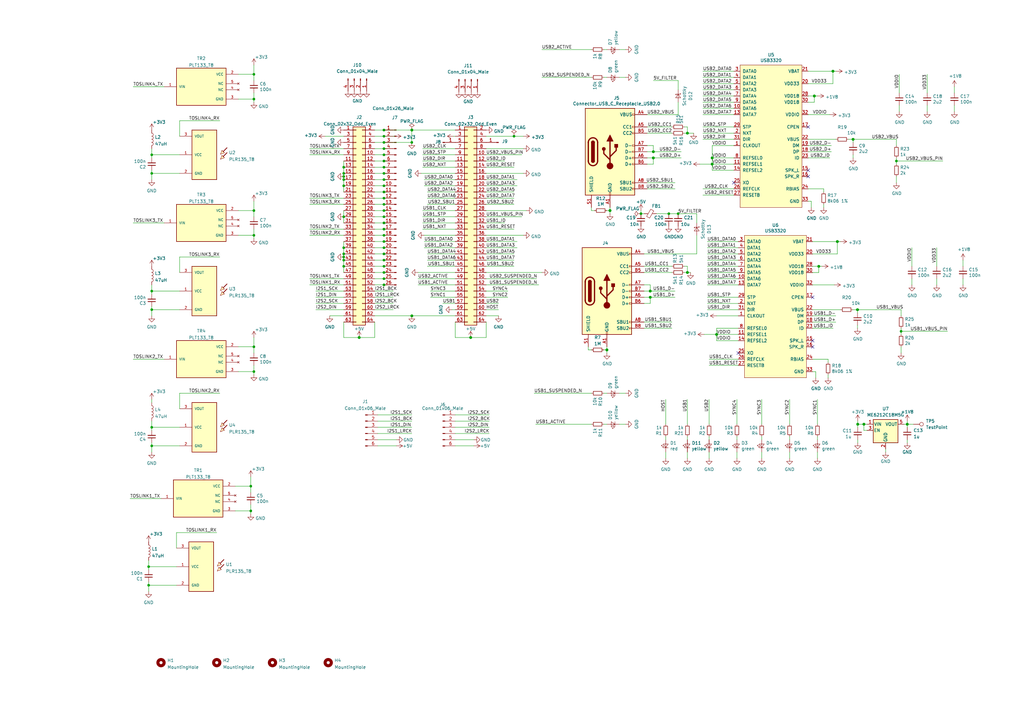
<source format=kicad_sch>
(kicad_sch (version 20211123) (generator eeschema)
  (paper "A3")
  (junction (at 334.01 39.37) (diameter 1.016))
  (junction (at 168.91 53.34) (diameter 1.016))
  (junction (at 157.48 83.82))
  (junction (at 62.23 119.38))
  (junction (at 157.48 109.22))
  (junction (at 157.48 71.12))
  (junction (at 372.11 173.99) (diameter 1.016))
  (junction (at 140.97 72.39))
  (junction (at 281.94 111.76) (diameter 1.016))
  (junction (at 157.48 86.36))
  (junction (at 157.48 88.9))
  (junction (at 140.97 109.22))
  (junction (at 278.13 87.63))
  (junction (at 104.14 40.64))
  (junction (at 262.89 87.63))
  (junction (at 157.48 73.66))
  (junction (at 168.9028 58.42))
  (junction (at 104.14 30.48))
  (junction (at 267.97 64.77) (diameter 1.016))
  (junction (at 62.23 63.5))
  (junction (at 267.97 62.23) (diameter 1.016))
  (junction (at 140.97 104.14))
  (junction (at 369.57 135.89))
  (junction (at 210.82 55.88))
  (junction (at 351.6969 127.0172) (diameter 1.016))
  (junction (at 250.19 86.36) (diameter 1.016))
  (junction (at 157.48 99.06))
  (junction (at 140.97 73.66))
  (junction (at 157.48 55.88))
  (junction (at 157.48 104.14))
  (junction (at 351.79 173.99) (diameter 1.016))
  (junction (at 140.97 101.6))
  (junction (at 293.9119 137.1772) (diameter 1.016))
  (junction (at 140.97 105.41))
  (junction (at 343.4419 99.0772) (diameter 1.016))
  (junction (at 335.8219 109.2372) (diameter 1.016))
  (junction (at 292.1 64.77) (diameter 1.016))
  (junction (at 157.48 116.84))
  (junction (at 140.97 68.58))
  (junction (at 367.665 66.04))
  (junction (at 157.48 76.2))
  (junction (at 274.32 87.63))
  (junction (at 140.97 76.2))
  (junction (at 157.48 93.98))
  (junction (at 62.23 71.12))
  (junction (at 157.48 111.76))
  (junction (at 157.48 96.52))
  (junction (at 157.48 58.42))
  (junction (at 157.48 60.96))
  (junction (at 60.96 232.41))
  (junction (at 354.33 173.99) (diameter 1.016))
  (junction (at 193.04 138.43) (diameter 1.016))
  (junction (at 62.23 127))
  (junction (at 266.7 119.38) (diameter 1.016))
  (junction (at 140.97 88.9))
  (junction (at 168.91 129.54) (diameter 1.016))
  (junction (at 147.32 138.43) (diameter 1.016))
  (junction (at 104.14 96.52))
  (junction (at 60.96 240.03))
  (junction (at 157.48 91.44))
  (junction (at 157.48 106.68))
  (junction (at 157.48 53.34))
  (junction (at 102.87 199.39))
  (junction (at 104.14 142.24))
  (junction (at 157.48 81.28))
  (junction (at 157.48 68.58))
  (junction (at 157.48 63.5))
  (junction (at 157.48 66.04))
  (junction (at 157.48 101.6))
  (junction (at 248.92 143.51) (diameter 1.016))
  (junction (at 140.97 71.12))
  (junction (at 62.23 175.26))
  (junction (at 102.87 209.55))
  (junction (at 157.48 114.3))
  (junction (at 140.97 106.68))
  (junction (at 157.48 78.74))
  (junction (at 349.885 57.15) (diameter 1.016))
  (junction (at 292.1 67.31) (diameter 1.016))
  (junction (at 341.63 29.21) (diameter 1.016))
  (junction (at 266.7 121.92) (diameter 1.016))
  (junction (at 62.23 182.88))
  (junction (at 281.94 54.61) (diameter 1.016))
  (junction (at 104.14 86.36))
  (junction (at 104.14 152.4))
  (no_connect (at 331.47 52.07))
  (no_connect (at 331.47 69.85))
  (no_connect (at 302.8019 144.7972))
  (no_connect (at 300.99 74.93))
  (no_connect (at 333.2819 142.2572))
  (no_connect (at 331.47 72.39))
  (no_connect (at 333.2819 121.9372))
  (no_connect (at 333.2819 139.7172))
  (wire (pts (xy 186.69 175.26) (xy 200.66 175.26)))
  (wire (pts (xy 288.29 80.01) (xy 300.99 80.01)))
  (wire (pts (xy 199.39 78.74) (xy 210.82 78.74)))
  (wire (pts (xy 359.3169 127) (xy 369.57 127)))
  (wire (pts (xy 173.355 88.9) (xy 186.69 88.9)))
  (wire (pts (xy 265.43 77.47) (xy 276.86 77.47)))
  (wire (pts (xy 267.97 67.31) (xy 265.43 67.31)))
  (wire (pts (xy 339.6319 154.9572) (xy 339.6319 153.6872)))
  (wire (pts (xy 199.39 96.52) (xy 214.63 96.52)))
  (wire (pts (xy 157.48 116.84) (xy 153.67 116.84)))
  (wire (pts (xy 60.96 238.76) (xy 60.96 240.03)))
  (wire (pts (xy 384.175 101.6) (xy 384.175 109.22)))
  (wire (pts (xy 157.48 88.9) (xy 158.75 88.9)))
  (wire (pts (xy 104.14 142.24) (xy 97.79 142.24)))
  (wire (pts (xy 175.26 83.82) (xy 186.69 83.82)))
  (wire (pts (xy 288.29 39.37) (xy 300.99 39.37)))
  (wire (pts (xy 175.26 104.14) (xy 186.69 104.14)))
  (wire (pts (xy 288.29 29.21) (xy 300.99 29.21)))
  (wire (pts (xy 199.39 88.9) (xy 213.995 88.9)))
  (wire (pts (xy 333.2819 132.0972) (xy 342.8069 132.0972)))
  (wire (pts (xy 280.67 54.61) (xy 281.94 54.61)))
  (wire (pts (xy 62.23 127) (xy 73.66 127)))
  (wire (pts (xy 267.97 33.02) (xy 278.13 33.02)))
  (wire (pts (xy 278.13 36.83) (xy 278.13 33.02)))
  (wire (pts (xy 97.79 40.64) (xy 104.14 40.64)))
  (wire (pts (xy 104.14 40.64) (xy 104.14 38.1)))
  (wire (pts (xy 267.97 64.77) (xy 267.97 67.31)))
  (wire (pts (xy 333.2819 99.0772) (xy 343.4419 99.0772)))
  (wire (pts (xy 264.16 132.08) (xy 275.59 132.08)))
  (wire (pts (xy 219.71 173.99) (xy 242.57 173.99)))
  (wire (pts (xy 290.83 180.34) (xy 290.83 179.07)))
  (wire (pts (xy 337.82 77.47) (xy 337.82 78.74)))
  (wire (pts (xy 343.4419 99.0772) (xy 343.4419 104.1572)))
  (wire (pts (xy 288.29 46.99) (xy 300.99 46.99)))
  (wire (pts (xy 154.94 180.34) (xy 162.56 180.34)))
  (wire (pts (xy 127 60.96) (xy 140.97 60.96)))
  (wire (pts (xy 292.1 59.69) (xy 292.1 64.77)))
  (wire (pts (xy 241.3 143.51) (xy 242.57 143.51)))
  (wire (pts (xy 372.11 173.99) (xy 372.11 175.26)))
  (wire (pts (xy 186.69 132.08) (xy 186.69 138.43)))
  (wire (pts (xy 186.69 138.43) (xy 193.04 138.43)))
  (wire (pts (xy 193.04 138.43) (xy 199.39 138.43)))
  (wire (pts (xy 173.99 96.52) (xy 186.69 96.52)))
  (wire (pts (xy 394.97 116.84) (xy 394.97 114.3)))
  (wire (pts (xy 127 116.84) (xy 140.97 116.84)))
  (wire (pts (xy 281.94 180.34) (xy 281.94 179.07)))
  (wire (pts (xy 290.1019 111.7772) (xy 302.8019 111.7772)))
  (wire (pts (xy 214.63 60.96) (xy 199.39 60.96)))
  (wire (pts (xy 342.9 29.21) (xy 341.63 29.21)))
  (wire (pts (xy 104.14 30.48) (xy 97.79 30.48)))
  (wire (pts (xy 104.14 33.02) (xy 104.14 30.48)))
  (wire (pts (xy 157.48 96.52) (xy 158.75 96.52)))
  (wire (pts (xy 300.99 67.31) (xy 292.1 67.31)))
  (wire (pts (xy 290.83 173.99) (xy 290.83 163.83)))
  (wire (pts (xy 157.48 106.68) (xy 153.67 106.68)))
  (wire (pts (xy 265.43 54.61) (xy 275.59 54.61)))
  (wire (pts (xy 175.26 81.28) (xy 186.69 81.28)))
  (wire (pts (xy 157.48 86.36) (xy 153.67 86.36)))
  (wire (pts (xy 104.14 153.67) (xy 104.14 152.4)))
  (wire (pts (xy 104.14 88.9) (xy 104.14 86.36)))
  (wire (pts (xy 384.175 116.84) (xy 384.175 114.3)))
  (wire (pts (xy 312.42 173.99) (xy 312.42 163.83)))
  (wire (pts (xy 265.43 74.93) (xy 276.86 74.93)))
  (wire (pts (xy 157.48 114.3) (xy 158.75 114.3)))
  (wire (pts (xy 104.14 97.79) (xy 104.14 96.52)))
  (wire (pts (xy 157.48 60.96) (xy 158.75 60.96)))
  (wire (pts (xy 104.14 26.67) (xy 104.14 30.48)))
  (wire (pts (xy 173.99 76.2) (xy 186.69 76.2)))
  (wire (pts (xy 248.92 20.32) (xy 247.65 20.32)))
  (wire (pts (xy 157.48 60.96) (xy 153.67 60.96)))
  (wire (pts (xy 175.26 106.68) (xy 186.69 106.68)))
  (wire (pts (xy 344.7119 127.0172) (xy 333.2819 127.0172)))
  (wire (pts (xy 302.26 173.99) (xy 302.26 163.83)))
  (wire (pts (xy 368.8365 45.7449) (xy 368.8365 43.2049)))
  (wire (pts (xy 157.48 83.82) (xy 158.75 83.82)))
  (wire (pts (xy 323.85 173.99) (xy 323.85 163.83)))
  (wire (pts (xy 333.2819 109.2372) (xy 335.8219 109.2372)))
  (wire (pts (xy 363.22 185.42) (xy 363.22 184.15)))
  (wire (pts (xy 262.89 86.36) (xy 262.89 87.63)))
  (wire (pts (xy 335.28 180.34) (xy 335.28 179.07)))
  (wire (pts (xy 210.82 109.22) (xy 199.39 109.22)))
  (wire (pts (xy 104.14 82.55) (xy 104.14 86.36)))
  (wire (pts (xy 199.39 73.66) (xy 212.09 73.66)))
  (wire (pts (xy 266.7 121.92) (xy 266.7 124.46)))
  (wire (pts (xy 54.61 35.56) (xy 67.31 35.56)))
  (wire (pts (xy 265.43 64.77) (xy 267.97 64.77)))
  (wire (pts (xy 290.1019 109.2372) (xy 302.8019 109.2372)))
  (wire (pts (xy 62.23 119.38) (xy 73.66 119.38)))
  (wire (pts (xy 351.6969 134.6372) (xy 351.6969 133.3672)))
  (wire (pts (xy 102.87 210.82) (xy 102.87 209.55)))
  (wire (pts (xy 129.54 121.92) (xy 140.97 121.92)))
  (wire (pts (xy 369.57 135.89) (xy 369.57 137.16)))
  (wire (pts (xy 292.1 67.31) (xy 292.1 69.85)))
  (wire (pts (xy 267.97 59.69) (xy 267.97 62.23)))
  (wire (pts (xy 264.16 109.22) (xy 275.59 109.22)))
  (wire (pts (xy 369.57 127) (xy 369.57 129.54)))
  (wire (pts (xy 140.97 55.88) (xy 133.35 55.88)))
  (wire (pts (xy 335.8219 111.7772) (xy 333.2819 111.7772)))
  (wire (pts (xy 102.87 201.93) (xy 102.87 199.39)))
  (wire (pts (xy 171.45 114.3) (xy 186.69 114.3)))
  (wire (pts (xy 247.65 143.51) (xy 248.92 143.51)))
  (wire (pts (xy 264.16 111.76) (xy 275.59 111.76)))
  (wire (pts (xy 186.69 55.88) (xy 186.055 55.88)))
  (wire (pts (xy 157.48 78.74) (xy 153.67 78.74)))
  (wire (pts (xy 186.69 170.18) (xy 200.66 170.18)))
  (wire (pts (xy 333.2819 147.3372) (xy 339.6319 147.3372)))
  (wire (pts (xy 154.94 170.18) (xy 168.91 170.18)))
  (wire (pts (xy 147.32 138.43) (xy 153.67 138.43)))
  (wire (pts (xy 153.67 132.08) (xy 153.67 138.43)))
  (wire (pts (xy 354.33 173.99) (xy 351.79 173.99)))
  (wire (pts (xy 281.94 52.07) (xy 280.67 52.07)))
  (wire (pts (xy 157.48 73.66) (xy 153.67 73.66)))
  (wire (pts (xy 199.39 68.58) (xy 210.82 68.58)))
  (wire (pts (xy 290.1019 121.9372) (xy 302.8019 121.9372)))
  (wire (pts (xy 173.355 63.5) (xy 186.69 63.5)))
  (wire (pts (xy 171.45 116.84) (xy 186.69 116.84)))
  (wire (pts (xy 241.3 142.24) (xy 241.3 143.51)))
  (wire (pts (xy 73.66 161.29) (xy 90.17 161.29)))
  (wire (pts (xy 290.1019 116.8572) (xy 302.8019 116.8572)))
  (wire (pts (xy 333.2819 152.4172) (xy 334.5519 152.4172)))
  (wire (pts (xy 214.63 71.12) (xy 199.39 71.12)))
  (wire (pts (xy 290.83 185.42) (xy 290.83 187.96)))
  (wire (pts (xy 97.79 152.4) (xy 104.14 152.4)))
  (wire (pts (xy 153.67 121.92) (xy 161.29 121.92)))
  (wire (pts (xy 173.355 60.96) (xy 186.69 60.96)))
  (wire (pts (xy 267.97 62.23) (xy 279.4 62.23)))
  (wire (pts (xy 186.69 180.34) (xy 194.31 180.34)))
  (wire (pts (xy 199.39 63.5) (xy 213.995 63.5)))
  (wire (pts (xy 186.69 68.58) (xy 173.355 68.58)))
  (wire (pts (xy 185.42 127) (xy 186.69 127)))
  (wire (pts (xy 264.16 116.84) (xy 266.7 116.84)))
  (wire (pts (xy 104.14 144.78) (xy 104.14 142.24)))
  (wire (pts (xy 302.26 180.34) (xy 302.26 179.07)))
  (wire (pts (xy 312.42 185.42) (xy 312.42 187.96)))
  (wire (pts (xy 370.84 173.99) (xy 372.11 173.99)))
  (wire (pts (xy 293.9119 129.5572) (xy 302.8019 129.5572)))
  (wire (pts (xy 337.0919 109.2372) (xy 335.8219 109.2372)))
  (wire (pts (xy 102.87 209.55) (xy 102.87 207.01)))
  (wire (pts (xy 181.61 124.46) (xy 186.69 124.46)))
  (wire (pts (xy 266.7 121.92) (xy 276.86 121.92)))
  (wire (pts (xy 339.6319 147.3372) (xy 339.6319 148.6072)))
  (wire (pts (xy 266.7 119.38) (xy 264.16 119.38)))
  (wire (pts (xy 335.8219 109.2372) (xy 335.8219 111.7772)))
  (wire (pts (xy 293.9119 134.6372) (xy 293.9119 137.1772)))
  (wire (pts (xy 53.34 204.47) (xy 66.04 204.47)))
  (wire (pts (xy 354.33 176.53) (xy 354.33 173.99)))
  (wire (pts (xy 140.97 66.04) (xy 140.97 68.58)))
  (wire (pts (xy 140.97 68.58) (xy 140.97 71.12)))
  (wire (pts (xy 140.97 71.12) (xy 140.97 72.39)))
  (wire (pts (xy 140.97 72.39) (xy 140.97 73.66)))
  (wire (pts (xy 140.97 73.66) (xy 140.97 76.2)))
  (wire (pts (xy 140.97 76.2) (xy 140.97 78.74)))
  (wire (pts (xy 153.67 127) (xy 161.29 127)))
  (wire (pts (xy 290.1019 99.0772) (xy 302.8019 99.0772)))
  (wire (pts (xy 173.99 99.06) (xy 186.69 99.06)))
  (wire (pts (xy 157.48 83.82) (xy 153.67 83.82)))
  (wire (pts (xy 292.1 64.77) (xy 300.99 64.77)))
  (wire (pts (xy 157.48 93.98) (xy 153.67 93.98)))
  (wire (pts (xy 367.665 66.04) (xy 386.715 66.04)))
  (wire (pts (xy 266.7 124.46) (xy 264.16 124.46)))
  (wire (pts (xy 62.23 60.96) (xy 62.23 63.5)))
  (wire (pts (xy 62.23 63.5) (xy 62.23 64.77)))
  (wire (pts (xy 173.355 91.44) (xy 186.69 91.44)))
  (wire (pts (xy 140.97 99.06) (xy 140.97 101.6)))
  (wire (pts (xy 140.97 101.6) (xy 140.97 104.14)))
  (wire (pts (xy 140.97 104.14) (xy 140.97 105.41)))
  (wire (pts (xy 140.97 105.41) (xy 140.97 106.68)))
  (wire (pts (xy 140.97 106.68) (xy 140.97 109.22)))
  (wire (pts (xy 140.97 109.22) (xy 140.97 111.76)))
  (wire (pts (xy 157.48 63.5) (xy 158.75 63.5)))
  (wire (pts (xy 135.255 129.54) (xy 140.97 129.54)))
  (wire (pts (xy 290.1019 127.0172) (xy 302.8019 127.0172)))
  (wire (pts (xy 157.48 81.28) (xy 153.67 81.28)))
  (wire (pts (xy 334.5519 152.4172) (xy 334.5519 154.9572)))
  (wire (pts (xy 199.39 124.46) (xy 204.47 124.46)))
  (wire (pts (xy 331.47 77.47) (xy 337.82 77.47)))
  (wire (pts (xy 290.83 149.86) (xy 302.8019 149.86)))
  (wire (pts (xy 302.8019 149.86) (xy 302.8019 149.8772)))
  (wire (pts (xy 351.79 181.61) (xy 351.79 180.34)))
  (wire (pts (xy 293.9119 137.1772) (xy 293.9119 139.7172)))
  (wire (pts (xy 199.39 81.28) (xy 210.82 81.28)))
  (wire (pts (xy 60.96 240.03) (xy 72.39 240.03)))
  (wire (pts (xy 290.1019 104.1572) (xy 302.8019 104.1572)))
  (wire (pts (xy 62.23 116.84) (xy 62.23 119.38)))
  (wire (pts (xy 199.39 86.36) (xy 215.9 86.36)))
  (wire (pts (xy 73.66 111.76) (xy 73.66 105.41)))
  (wire (pts (xy 157.48 71.12) (xy 158.75 71.12)))
  (wire (pts (xy 176.53 121.92) (xy 186.69 121.92)))
  (wire (pts (xy 175.26 109.22) (xy 186.69 109.22)))
  (wire (pts (xy 331.47 46.99) (xy 340.36 46.99)))
  (wire (pts (xy 349.885 57.15) (xy 367.665 57.15)))
  (wire (pts (xy 394.97 109.22) (xy 394.97 106.68)))
  (wire (pts (xy 97.79 96.52) (xy 104.14 96.52)))
  (wire (pts (xy 127 63.5) (xy 140.97 63.5)))
  (wire (pts (xy 250.19 86.36) (xy 250.19 85.09)))
  (wire (pts (xy 254 31.75) (xy 256.54 31.75)))
  (wire (pts (xy 351.6969 127.0172) (xy 351.6969 128.2872)))
  (wire (pts (xy 349.885 57.15) (xy 349.885 58.42)))
  (wire (pts (xy 62.23 71.12) (xy 73.66 71.12)))
  (wire (pts (xy 254 161.29) (xy 256.54 161.29)))
  (wire (pts (xy 186.69 93.98) (xy 173.355 93.98)))
  (wire (pts (xy 157.48 106.68) (xy 158.75 106.68)))
  (wire (pts (xy 129.54 127) (xy 140.97 127)))
  (wire (pts (xy 199.39 111.76) (xy 222.25 111.76)))
  (wire (pts (xy 288.29 41.91) (xy 300.99 41.91)))
  (wire (pts (xy 157.48 76.2) (xy 153.67 76.2)))
  (wire (pts (xy 54.61 91.44) (xy 67.31 91.44)))
  (wire (pts (xy 254 20.32) (xy 256.54 20.32)))
  (wire (pts (xy 153.67 129.54) (xy 168.91 129.54)))
  (wire (pts (xy 168.91 129.54) (xy 186.69 129.54)))
  (wire (pts (xy 127 93.98) (xy 140.97 93.98)))
  (wire (pts (xy 266.7 119.38) (xy 276.86 119.38)))
  (wire (pts (xy 60.96 240.03) (xy 60.96 242.57)))
  (wire (pts (xy 157.48 73.66) (xy 158.75 73.66)))
  (wire (pts (xy 62.23 175.26) (xy 62.23 176.53)))
  (wire (pts (xy 242.57 85.09) (xy 242.57 86.36)))
  (wire (pts (xy 127 83.82) (xy 140.97 83.82)))
  (wire (pts (xy 186.69 172.72) (xy 200.66 172.72)))
  (wire (pts (xy 380.2665 30.5049) (xy 380.2665 38.1249)))
  (wire (pts (xy 199.39 121.92) (xy 208.28 121.92)))
  (wire (pts (xy 129.54 119.38) (xy 140.97 119.38)))
  (wire (pts (xy 323.85 180.34) (xy 323.85 179.07)))
  (wire (pts (xy 335.28 173.99) (xy 335.28 163.83)))
  (wire (pts (xy 60.96 232.41) (xy 72.39 232.41)))
  (wire (pts (xy 354.33 173.99) (xy 355.6 173.99)))
  (wire (pts (xy 369.57 142.24) (xy 369.57 144.78)))
  (wire (pts (xy 267.97 62.23) (xy 265.43 62.23)))
  (wire (pts (xy 292.1 69.85) (xy 300.99 69.85)))
  (wire (pts (xy 157.48 88.9) (xy 153.67 88.9)))
  (wire (pts (xy 372.11 181.61) (xy 372.11 180.34)))
  (wire (pts (xy 62.23 181.61) (xy 62.23 182.88)))
  (wire (pts (xy 331.47 82.55) (xy 332.74 82.55)))
  (wire (pts (xy 285.75 87.63) (xy 285.75 91.44)))
  (wire (pts (xy 73.66 49.53) (xy 90.17 49.53)))
  (wire (pts (xy 73.66 55.88) (xy 73.66 49.53)))
  (wire (pts (xy 104.14 96.52) (xy 104.14 93.98)))
  (wire (pts (xy 173.99 73.66) (xy 186.69 73.66)))
  (wire (pts (xy 349.885 64.77) (xy 349.885 63.5)))
  (wire (pts (xy 186.69 177.8) (xy 200.66 177.8)))
  (wire (pts (xy 140.97 132.08) (xy 140.97 138.43)))
  (wire (pts (xy 62.23 125.73) (xy 62.23 127)))
  (wire (pts (xy 157.48 109.22) (xy 153.67 109.22)))
  (wire (pts (xy 331.47 34.29) (xy 341.63 34.29)))
  (wire (pts (xy 369.57 135.89) (xy 388.62 135.89)))
  (wire (pts (xy 199.39 119.38) (xy 208.28 119.38)))
  (wire (pts (xy 359.3169 127) (xy 359.3169 127.0172)))
  (wire (pts (xy 199.39 101.6) (xy 212.09 101.6)))
  (wire (pts (xy 157.48 99.06) (xy 158.75 99.06)))
  (wire (pts (xy 265.43 59.69) (xy 267.97 59.69)))
  (wire (pts (xy 157.48 114.3) (xy 153.67 114.3)))
  (wire (pts (xy 275.59 134.62) (xy 264.16 134.62)))
  (wire (pts (xy 153.67 124.46) (xy 161.29 124.46)))
  (wire (pts (xy 288.29 34.29) (xy 300.99 34.29)))
  (wire (pts (xy 219.075 161.29) (xy 242.57 161.29)))
  (wire (pts (xy 288.29 31.75) (xy 300.99 31.75)))
  (wire (pts (xy 281.94 111.76) (xy 280.67 111.76)))
  (wire (pts (xy 283.21 111.76) (xy 281.94 111.76)))
  (wire (pts (xy 62.23 182.88) (xy 73.66 182.88)))
  (wire (pts (xy 269.24 87.63) (xy 274.32 87.63)))
  (wire (pts (xy 274.32 87.63) (xy 278.13 87.63)))
  (wire (pts (xy 278.13 87.63) (xy 285.75 87.63)))
  (wire (pts (xy 335.28 39.37) (xy 334.01 39.37)))
  (wire (pts (xy 302.26 185.42) (xy 302.26 187.96)))
  (wire (pts (xy 333.2819 129.5572) (xy 342.8069 129.5572)))
  (wire (pts (xy 265.43 46.99) (xy 278.13 46.99)))
  (wire (pts (xy 262.89 87.63) (xy 264.16 87.63)))
  (wire (pts (xy 374.015 116.84) (xy 374.015 114.3)))
  (wire (pts (xy 248.92 143.51) (xy 248.92 142.24)))
  (wire (pts (xy 292.1 59.69) (xy 300.99 59.69)))
  (wire (pts (xy 248.92 86.36) (xy 250.19 86.36)))
  (wire (pts (xy 273.05 180.34) (xy 273.05 179.07)))
  (wire (pts (xy 248.92 144.78) (xy 248.92 143.51)))
  (wire (pts (xy 288.29 57.15) (xy 300.99 57.15)))
  (wire (pts (xy 265.43 52.07) (xy 275.59 52.07)))
  (wire (pts (xy 157.48 101.6) (xy 153.67 101.6)))
  (wire (pts (xy 302.8019 124.4772) (xy 290.1019 124.4772)))
  (wire (pts (xy 367.665 72.39) (xy 367.665 74.93)))
  (wire (pts (xy 62.23 182.88) (xy 62.23 185.42)))
  (wire (pts (xy 293.9119 139.7172) (xy 302.8019 139.7172)))
  (wire (pts (xy 157.48 111.76) (xy 158.75 111.76)))
  (wire (pts (xy 157.48 68.58) (xy 153.67 68.58)))
  (wire (pts (xy 157.48 81.28) (xy 158.75 81.28)))
  (wire (pts (xy 72.39 224.79) (xy 72.39 218.44)))
  (wire (pts (xy 199.39 99.06) (xy 212.09 99.06)))
  (wire (pts (xy 248.92 173.99) (xy 247.65 173.99)))
  (wire (pts (xy 157.48 78.74) (xy 158.75 78.74)))
  (wire (pts (xy 157.48 53.34) (xy 153.67 53.34)))
  (wire (pts (xy 372.11 172.72) (xy 372.11 173.99)))
  (wire (pts (xy 157.48 91.44) (xy 153.67 91.44)))
  (wire (pts (xy 391.4425 38.1249) (xy 391.4425 35.5849)))
  (wire (pts (xy 380.2665 45.7449) (xy 380.2665 43.2049)))
  (wire (pts (xy 73.66 167.64) (xy 73.66 161.29)))
  (wire (pts (xy 154.94 177.8) (xy 168.91 177.8)))
  (wire (pts (xy 288.8319 137.1772) (xy 293.9119 137.1772)))
  (wire (pts (xy 199.39 83.82) (xy 210.82 83.82)))
  (wire (pts (xy 157.48 116.84) (xy 158.75 116.84)))
  (wire (pts (xy 54.61 147.32) (xy 67.31 147.32)))
  (wire (pts (xy 372.11 173.99) (xy 374.65 173.99)))
  (wire (pts (xy 157.48 53.34) (xy 168.91 53.34)))
  (wire (pts (xy 168.91 53.34) (xy 186.69 53.34)))
  (wire (pts (xy 62.23 119.38) (xy 62.23 120.65)))
  (wire (pts (xy 140.97 138.43) (xy 147.32 138.43)))
  (wire (pts (xy 194.31 182.88) (xy 186.69 182.88)))
  (wire (pts (xy 157.48 63.5) (xy 153.67 63.5)))
  (wire (pts (xy 292.1 64.77) (xy 292.1 67.31)))
  (wire (pts (xy 157.48 101.6) (xy 158.75 101.6)))
  (wire (pts (xy 157.48 55.88) (xy 153.67 55.88)))
  (wire (pts (xy 153.67 119.38) (xy 161.29 119.38)))
  (wire (pts (xy 341.6905 134.6437) (xy 333.2819 134.6372)))
  (wire (pts (xy 323.85 185.42) (xy 323.85 187.96)))
  (wire (pts (xy 104.14 152.4) (xy 104.14 149.86)))
  (wire (pts (xy 157.48 68.58) (xy 158.75 68.58)))
  (wire (pts (xy 157.48 76.2) (xy 158.75 76.2)))
  (wire (pts (xy 281.94 109.22) (xy 280.67 109.22)))
  (wire (pts (xy 222.25 31.75) (xy 242.57 31.75)))
  (wire (pts (xy 199.39 132.08) (xy 199.39 138.43)))
  (wire (pts (xy 287.02 67.31) (xy 292.1 67.31)))
  (wire (pts (xy 333.2819 116.8572) (xy 342.1719 116.8572)))
  (wire (pts (xy 331.47 59.69) (xy 340.995 59.69)))
  (wire (pts (xy 355.6 176.53) (xy 354.33 176.53)))
  (wire (pts (xy 154.94 172.72) (xy 168.91 172.72)))
  (wire (pts (xy 129.54 124.46) (xy 140.97 124.46)))
  (wire (pts (xy 288.29 77.47) (xy 300.99 77.47)))
  (wire (pts (xy 73.66 105.41) (xy 90.17 105.41)))
  (wire (pts (xy 157.48 71.12) (xy 153.67 71.12)))
  (wire (pts (xy 104.14 86.36) (xy 97.79 86.36)))
  (wire (pts (xy 171.45 111.76) (xy 186.69 111.76)))
  (wire (pts (xy 333.2819 104.1572) (xy 343.4419 104.1572)))
  (wire (pts (xy 173.355 66.04) (xy 186.69 66.04)))
  (wire (pts (xy 290.1019 114.3172) (xy 302.8019 114.3172)))
  (wire (pts (xy 374.015 101.6) (xy 374.015 109.22)))
  (wire (pts (xy 288.29 52.07) (xy 300.99 52.07)))
  (wire (pts (xy 157.48 86.36) (xy 158.75 86.36)))
  (wire (pts (xy 199.39 116.84) (xy 220.98 116.84)))
  (wire (pts (xy 250.19 87.63) (xy 250.19 86.36)))
  (wire (pts (xy 127 114.3) (xy 140.97 114.3)))
  (wire (pts (xy 199.39 114.3) (xy 220.099 114.3)))
  (wire (pts (xy 176.53 119.38) (xy 186.69 119.38)))
  (wire (pts (xy 62.23 127) (xy 62.23 129.54)))
  (wire (pts (xy 369.57 134.62) (xy 369.57 135.89)))
  (wire (pts (xy 157.48 109.22) (xy 158.75 109.22)))
  (wire (pts (xy 281.94 173.99) (xy 281.94 163.83)))
  (wire (pts (xy 157.48 93.98) (xy 158.75 93.98)))
  (wire (pts (xy 342.9 57.15) (xy 331.47 57.15)))
  (wire (pts (xy 340.36 64.77) (xy 331.47 64.77)))
  (wire (pts (xy 242.57 86.36) (xy 243.84 86.36)))
  (wire (pts (xy 62.23 175.26) (xy 73.66 175.26)))
  (wire (pts (xy 157.48 91.44) (xy 158.75 91.44)))
  (wire (pts (xy 331.47 29.21) (xy 341.63 29.21)))
  (wire (pts (xy 104.14 41.91) (xy 104.14 40.64)))
  (wire (pts (xy 281.94 54.61) (xy 281.94 52.07)))
  (wire (pts (xy 290.83 147.32) (xy 302.8019 147.32)))
  (wire (pts (xy 302.8019 147.32) (xy 302.8019 147.3372)))
  (wire (pts (xy 96.52 209.55) (xy 102.87 209.55)))
  (wire (pts (xy 175.26 78.74) (xy 186.69 78.74)))
  (wire (pts (xy 60.96 229.87) (xy 60.96 232.41)))
  (wire (pts (xy 157.48 66.04) (xy 153.67 66.04)))
  (wire (pts (xy 351.6969 127.0172) (xy 359.3169 127.0172)))
  (wire (pts (xy 157.48 96.52) (xy 153.67 96.52)))
  (wire (pts (xy 140.97 86.36) (xy 140.97 88.9)))
  (wire (pts (xy 140.97 88.9) (xy 140.97 91.44)))
  (wire (pts (xy 341.63 29.21) (xy 341.63 34.29)))
  (wire (pts (xy 173.99 101.6) (xy 186.69 101.6)))
  (wire (pts (xy 284.48 54.61) (xy 281.94 54.61)))
  (wire (pts (xy 281.94 111.76) (xy 281.94 109.22)))
  (wire (pts (xy 62.23 172.72) (xy 62.23 175.26)))
  (wire (pts (xy 62.23 63.5) (xy 73.66 63.5)))
  (wire (pts (xy 290.1019 106.6972) (xy 302.8019 106.6972)))
  (wire (pts (xy 199.39 93.98) (xy 210.82 93.98)))
  (wire (pts (xy 273.05 173.99) (xy 273.05 163.83)))
  (wire (pts (xy 335.28 185.42) (xy 335.28 187.96)))
  (wire (pts (xy 60.96 232.41) (xy 60.96 233.68)))
  (wire (pts (xy 266.7 116.84) (xy 266.7 119.38)))
  (wire (pts (xy 157.48 104.14) (xy 153.67 104.14)))
  (wire (pts (xy 312.42 180.34) (xy 312.42 179.07)))
  (wire (pts (xy 172.72 71.12) (xy 186.69 71.12)))
  (wire (pts (xy 334.01 41.91) (xy 331.47 41.91)))
  (wire (pts (xy 157.48 104.14) (xy 158.75 104.14)))
  (wire (pts (xy 102.87 195.58) (xy 102.87 199.39)))
  (wire (pts (xy 367.665 57.15) (xy 367.665 59.69)))
  (wire (pts (xy 248.92 31.75) (xy 247.65 31.75)))
  (wire (pts (xy 199.39 104.14) (xy 210.82 104.14)))
  (wire (pts (xy 288.29 44.45) (xy 300.99 44.45)))
  (wire (pts (xy 199.39 76.2) (xy 212.09 76.2)))
  (wire (pts (xy 332.74 82.55) (xy 332.74 85.09)))
  (wire (pts (xy 278.13 46.99) (xy 278.13 41.91)))
  (wire (pts (xy 273.05 185.42) (xy 273.05 187.96)))
  (wire (pts (xy 157.48 58.42) (xy 153.67 58.42)))
  (wire (pts (xy 248.92 161.29) (xy 247.65 161.29)))
  (wire (pts (xy 290.1019 101.6172) (xy 302.8019 101.6172)))
  (wire (pts (xy 331.47 39.37) (xy 334.01 39.37)))
  (wire (pts (xy 199.39 91.44) (xy 207.01 91.44)))
  (wire (pts (xy 334.01 39.37) (xy 334.01 41.91)))
  (wire (pts (xy 281.94 185.42) (xy 281.94 187.96)))
  (wire (pts (xy 347.98 57.15) (xy 349.885 57.15)))
  (wire (pts (xy 293.9119 134.6372) (xy 302.8019 134.6372)))
  (wire (pts (xy 368.8365 30.5049) (xy 368.8365 38.1249)))
  (wire (pts (xy 288.29 36.83) (xy 300.99 36.83)))
  (wire (pts (xy 367.665 64.77) (xy 367.665 66.04)))
  (wire (pts (xy 367.665 66.04) (xy 367.665 67.31)))
  (wire (pts (xy 62.23 69.85) (xy 62.23 71.12)))
  (wire (pts (xy 62.23 71.12) (xy 62.23 73.66)))
  (wire (pts (xy 331.47 62.23) (xy 340.995 62.23)))
  (wire (pts (xy 351.79 172.72) (xy 351.79 173.99)))
  (wire (pts (xy 127 81.28) (xy 140.97 81.28)))
  (wire (pts (xy 199.39 106.68) (xy 210.82 106.68)))
  (wire (pts (xy 199.39 55.88) (xy 210.82 55.88)))
  (wire (pts (xy 210.82 55.88) (xy 214.63 55.88)))
  (wire (pts (xy 199.39 129.54) (xy 204.47 129.54)))
  (wire (pts (xy 157.48 99.06) (xy 153.67 99.06)))
  (wire (pts (xy 72.39 218.44) (xy 88.9 218.44)))
  (wire (pts (xy 62.23 163.83) (xy 62.23 165.1)))
  (wire (pts (xy 127 96.52) (xy 140.97 96.52)))
  (wire (pts (xy 344.7119 99.0772) (xy 343.4419 99.0772)))
  (wire (pts (xy 300.99 54.61) (xy 288.29 54.61)))
  (wire (pts (xy 104.14 138.43) (xy 104.14 142.24)))
  (wire (pts (xy 351.79 175.26) (xy 351.79 173.99)))
  (wire (pts (xy 264.16 121.92) (xy 266.7 121.92)))
  (wire (pts (xy 264.16 104.14) (xy 285.75 104.14)))
  (wire (pts (xy 102.87 199.39) (xy 96.52 199.39)))
  (wire (pts (xy 285.75 96.52) (xy 285.75 104.14)))
  (wire (pts (xy 254 173.99) (xy 256.54 173.99)))
  (wire (pts (xy 199.39 66.04) (xy 207.01 66.04)))
  (wire (pts (xy 199.39 127) (xy 204.47 127)))
  (wire (pts (xy 302.8019 137.1772) (xy 293.9119 137.1772)))
  (wire (pts (xy 154.94 175.26) (xy 168.91 175.26)))
  (wire (pts (xy 173.355 86.36) (xy 186.69 86.36)))
  (wire (pts (xy 267.97 64.77) (xy 279.4 64.77)))
  (wire (pts (xy 222.25 20.32) (xy 242.57 20.32)))
  (wire (pts (xy 157.48 58.42) (xy 168.9028 58.42)))
  (wire (pts (xy 168.9028 58.42) (xy 168.91 58.42)))
  (wire (pts (xy 168.91 58.42) (xy 168.91 53.34)))
  (wire (pts (xy 157.48 66.04) (xy 158.75 66.04)))
  (wire (pts (xy 162.56 182.88) (xy 154.94 182.88)))
  (wire (pts (xy 349.7919 127.0172) (xy 351.6969 127.0172)))
  (wire (pts (xy 157.48 111.76) (xy 153.67 111.76)))
  (wire (pts (xy 337.82 85.09) (xy 337.82 83.82)))
  (wire (pts (xy 391.4425 45.7449) (xy 391.4425 43.2049)))
  (wire (pts (xy 157.48 55.88) (xy 161.925 55.88)))
  (label "SYNC2" (at 201.93 121.92 0))
  (label "USB2_DATA3" (at 288.29 36.83 0))
  (label "USB2_NXT" (at 288.29 54.61 0))
  (label "USB2_DATA5" (at 288.29 41.91 0))
  (label "VDDIO" (at 292.1 69.85 0))
  (label "USB1_DIR" (at 173.355 91.44 0))
  (label "VDDIO" (at 374.015 101.6 270))
  (label "USB2_DATA5" (at 199.39 78.74 0))
  (label "TOSLINK4_TX" (at 54.61 35.56 0))
  (label "USB2_VBUS_PIN" (at 371.475 66.04 0))
  (label "USB2_CLK" (at 288.925 77.47 0))
  (label "USB1_DATA6" (at 175.26 106.68 0))
  (label "USB1_DATA2" (at 290.1019 104.1572 0))
  (label "USB1_STP" (at 290.1019 121.9372 0))
  (label "USB2_DATA6" (at 175.26 81.28 0))
  (label "USB1_VBUS" (at 265.43 104.14 0))
  (label "TOSLINK1_TX" (at 53.34 204.47 0))
  (label "I2S1_DIN" (at 160.02 175.26 0))
  (label "USB1_SUSPENDED_N" (at 200.66 116.84 0))
  (label "TOSLINK2_TX" (at 54.61 147.32 0))
  (label "USB2_VBUS" (at 265.43 46.99 0))
  (label "TOSLINK1_RX" (at 76.2 218.44 0))
  (label "TOSLINK4_RX" (at 77.47 49.53 0))
  (label "HOST" (at 273.05 168.91 90))
  (label "VDD33" (at 340.9019 104.1572 180))
  (label "I2S2_BCK" (at 191.77 172.72 0))
  (label "TOSLINK3_TX" (at 127 81.28 0))
  (label "USB2_DATA3" (at 199.39 76.2 0))
  (label "USB1_DATA7" (at 199.39 106.68 0))
  (label "USB2_DATA0" (at 173.99 73.66 0))
  (label "USB2_DATA4" (at 288.29 39.37 0))
  (label "USB1_D-" (at 276.86 119.38 180))
  (label "USB1_DATA3" (at 290.1019 106.6972 0))
  (label "USB1" (at 281.94 168.91 90))
  (label "USB1_DATA1" (at 199.39 99.06 0))
  (label "USB2_SUSPENDED_N" (at 200.66 114.3 0))
  (label "USB2_RESET" (at 199.39 68.58 0))
  (label "USB2_NXT" (at 173.355 68.58 0))
  (label "USB2_VBUS" (at 357.505 57.15 0))
  (label "I2S2_LRCK" (at 153.67 127 0))
  (label "USB2" (at 199.39 124.46 0))
  (label "I2S1_BCK" (at 160.02 172.72 0))
  (label "USB1_ID" (at 199.39 91.44 0))
  (label "USB2_DATA1" (at 199.39 73.66 0))
  (label "USB1_VBUS" (at 359.41 127 0))
  (label "USB2_CC2" (at 275.59 54.61 180))
  (label "VDDIO" (at 292.1 59.69 0))
  (label "USB2_SBU1" (at 276.225 74.93 180))
  (label "USB2_STP" (at 173.355 63.5 0))
  (label "USB2_ACTIVE" (at 222.25 20.32 0))
  (label "USB1_DATA0" (at 290.1019 99.0772 0))
  (label "USB2_DATA6" (at 288.29 44.45 0))
  (label "TOSLINK2_TX" (at 127 93.98 0))
  (label "USB1_STP" (at 173.355 88.9 0))
  (label "VDDIO" (at 293.9119 139.7172 0))
  (label "USB1_DATA1" (at 290.1019 101.6172 0))
  (label "SYNC1" (at 335.28 170.18 90))
  (label "I2S1_LRCK" (at 158.75 177.8 0))
  (label "I2S2_DIN" (at 129.54 127 0))
  (label "USB1_ACTIVE" (at 171.45 116.84 0))
  (label "USB1_DATA0" (at 173.99 99.06 0))
  (label "USB1_DATA7" (at 290.1019 116.8572 0))
  (label "SYNC2" (at 323.85 170.18 90))
  (label "USB2_ID" (at 199.39 66.04 0))
  (label "USB2_ACTIVE" (at 171.45 114.3 0))
  (label "USB1_RESET" (at 199.39 93.98 0))
  (label "SYNC1" (at 176.53 121.92 0))
  (label "USB1_DATA6" (at 290.1019 114.3172 0))
  (label "5V_FILTER" (at 267.97 33.02 0))
  (label "USB1_D-" (at 342.8069 129.5572 180))
  (label "USB1_NXT" (at 290.1019 124.4772 0))
  (label "USB2_SUSPENDED_N" (at 222.25 31.75 0))
  (label "USB2_CLK" (at 173.355 60.96 0))
  (label "USB1_DATA3" (at 199.39 101.6 0))
  (label "USB1_D+" (at 276.86 121.92 180))
  (label "USB2_D+" (at 279.4 64.77 180))
  (label "USB2_CC1" (at 275.59 52.07 180))
  (label "USB2_DATA0" (at 288.29 29.21 0))
  (label "TOSLINK2_RX" (at 77.47 161.29 0))
  (label "USB2_D+" (at 340.995 62.23 180))
  (label "USB2_RESET" (at 288.925 80.01 0))
  (label "USB2_SBU2" (at 276.225 77.47 180))
  (label "USB1_CLK" (at 173.355 86.36 0))
  (label "USB1" (at 181.61 124.46 0))
  (label "I2S1_SCK" (at 129.54 119.38 0))
  (label "USB2_DATA2" (at 173.99 76.2 0))
  (label "USB2_D-" (at 340.995 59.69 180))
  (label "USB2_VBUS_PIN" (at 199.39 63.5 0))
  (label "USB1_VBUS_PIN" (at 199.39 88.9 0))
  (label "USB2_DATA2" (at 288.29 34.29 0))
  (label "USB2_STP" (at 288.29 52.07 0))
  (label "USB1_SBU2" (at 210.82 109.22 180))
  (label "VDD33" (at 380.2665 30.5049 270))
  (label "TOSLINK3_RX" (at 77.47 105.41 0))
  (label "TOSLINK2_RX" (at 127 96.52 0))
  (label "VDDIO" (at 292.1 64.77 0))
  (label "I2S2_LRCK" (at 190.5 177.8 0))
  (label "USB1_DIR" (at 290.1019 127.0172 0))
  (label "USB1_DATA4" (at 175.26 104.14 0))
  (label "USB2_SBU2" (at 210.82 83.82 180))
  (label "5V_FILTER" (at 278.13 87.63 0))
  (label "VDDIO" (at 339.09 46.99 180))
  (label "USB1_VBUS_PIN" (at 373.38 135.89 0))
  (label "USB1_ACTIVE" (at 219.71 173.99 0))
  (label "USB1_SBU1" (at 186.69 109.22 180))
  (label "USB2_DIR" (at 288.29 57.15 0))
  (label "TOSLINK4_RX" (at 127 63.5 0))
  (label "USB2_DATA4" (at 175.26 78.74 0))
  (label "USB2_DATA1" (at 288.29 31.75 0))
  (label "USB2_D-" (at 279.4 62.23 180))
  (label "I2S2_DIN" (at 191.77 175.26 0))
  (label "USB1_DATA5" (at 290.1019 111.7772 0))
  (label "TOSLINK1_RX" (at 127 116.84 0))
  (label "VDD33" (at 384.175 101.6 270))
  (label "USB1_ID" (at 341.6905 134.6437 180))
  (label "USB1_D+" (at 342.8069 132.0972 180))
  (label "VDDIO" (at 292.1 67.31 0))
  (label "SYNC4" (at 201.93 119.38 0))
  (label "I2S2_SCK" (at 129.54 124.46 0))
  (label "USB2_SBU1" (at 186.69 83.82 180))
  (label "USB1_SBU2" (at 275.59 134.62 180))
  (label "USB1_DATA4" (at 290.1019 109.2372 0))
  (label "TOSLINK3_RX" (at 127 83.82 0))
  (label "I2S1_DIN" (at 129.54 121.92 0))
  (label "USB1_CC2" (at 274.32 111.76 180))
  (label "SYNC3" (at 312.42 170.18 90))
  (label "TOSLINK1_TX" (at 127 114.3 0))
  (label "VDDIO" (at 293.9119 137.1772 0))
  (label "SYNC4" (at 302.26 170.18 90))
  (label "USB1_SBU1" (at 275.59 132.08 180))
  (label "USB1_SUSPENDED_N" (at 219.075 161.29 0))
  (label "USB2_DATA7" (at 288.29 46.99 0))
  (label "USB1_DATA2" (at 173.99 101.6 0))
  (label "USB1_DATA5" (at 199.39 104.14 0))
  (label "USB1_NXT" (at 173.355 93.98 0))
  (label "I2S2_BCK" (at 153.67 124.46 0))
  (label "I2S1_BCK" (at 153.67 119.38 0))
  (label "HOST" (at 199.39 127 0))
  (label "I2S1_SCK" (at 160.02 170.18 0))
  (label "VDD33" (at 339.09 34.29 180))
  (label "USB2" (at 290.83 168.91 90))
  (label "USB2_DIR" (at 173.355 66.04 0))
  (label "VDDIO" (at 368.8365 30.5049 270))
  (label "TOSLINK3_TX" (at 54.61 91.44 0))
  (label "USB1_CLK" (at 290.83 147.32 0))
  (label "USB1_CC1" (at 274.32 109.22 180))
  (label "USB2_DATA7" (at 199.39 81.28 0))
  (label "USB1_RESET" (at 290.83 149.86 0))
  (label "I2S1_LRCK" (at 153.67 121.92 0))
  (label "TOSLINK4_TX" (at 127 60.96 0))
  (label "I2S2_SCK" (at 191.77 170.18 0))
  (label "USB2_ID" (at 340.36 64.77 180))
  (label "SYNC3" (at 176.53 119.38 0))
  (symbol (lib_id "Device:R_Small") (at 245.11 31.75 270) (unit 1)
    (property "Reference" "R9" (at 246.2784 33.2486 0) (effects (justify left)))
    (property "Value" "10k" (at 243.967 33.2486 0) (effects (justify left)))
    (property "Footprint" "Resistor_SMD:R_0603_1608Metric" (effects hide))
    (property "LCSC" " C25804" (effects hide))
  )
  (symbol (lib_id "Device:R_Small") (at 302.26 176.53 180) (unit 1)
    (property "Reference" "R3" (at 300.7614 177.6984 0) (effects (justify left)))
    (property "Value" "10k" (at 300.7614 175.387 0) (effects (justify left)))
    (property "Footprint" "Resistor_SMD:R_0603_1608Metric" (effects hide))
    (property "LCSC" " C25804" (effects hide))
  )
  (symbol (lib_id "Device:R_Small") (at 246.38 86.36 270) (unit 1)
    (property "Reference" "R12" (at 246.38 81.3816 90))
    (property "Value" "1M" (at 246.38 83.693 90))
    (property "Footprint" "Resistor_SMD:R_0603_1608Metric" (effects hide))
    (property "LCSC" "C22935" (effects hide))
  )
  (symbol (lib_id "power:PWR_FLAG") (at 262.89 87.63 90) (unit 1)
    (property "Reference" "#FLG02" (effects hide))
    (property "Value" "PWR_FLAG" (at 262.255 85.569 90) (effects (justify left)))
  )
  (symbol (lib_id "power:+3V3") (at 60.96 222.25 0) (unit 1)
    (property "Reference" "#PWR01" (effects hide))
    (property "Value" "+3V3" (at 61.341 218.9988 0) (effects (justify left)))
  )
  (symbol (lib_id "power:GND") (at 323.85 187.96 0) (unit 1)
    (property "Reference" "#PWR017" (effects hide))
    (property "Value" "GND" (at 323.85 192.5226 0))
  )
  (symbol (lib_id "Device:C_Small") (at 351.79 177.8 0) (mirror y) (unit 1)
    (property "Reference" "C11" (at 349.4532 176.6316 0) (effects (justify left)))
    (property "Value" "1u" (at 349.25 179.07 0) (effects (justify left)))
    (property "Footprint" "Capacitor_SMD:C_0603_1608Metric" (effects hide))
    (property "LCSC" "C15849" (effects hide))
  )
  (symbol (lib_id "usb_ulpi:twam-Misc_USB3320") (at 316.23 57.15 0) (unit 1)
    (property "Reference" "U5" (at 316.23 22.479 0))
    (property "Value" "USB3320" (at 316.23 24.7904 0))
    (property "Footprint" "footprints:QFN-32-1EP_5x5mm_P0.5mm_EP3.3x3.3mm" (effects hide))
    (property "LCSC" "C132156" (effects hide))
  )
  (symbol (lib_id "usb_ulpi:twam-Misc_USB3320") (at 318.0419 127.0172 0) (unit 1)
    (property "Reference" "U6" (at 318.0419 92.3462 0))
    (property "Value" "USB3320" (at 318.0419 94.6576 0))
    (property "Footprint" "footprints:QFN-32-1EP_5x5mm_P0.5mm_EP3.3x3.3mm" (effects hide))
    (property "LCSC" "C132156" (effects hide))
  )
  (symbol (lib_id "power:+5V") (at 262.89 86.36 0) (unit 1)
    (property "Reference" "#PWR029" (effects hide))
    (property "Value" "+5V" (at 262.89 82.7554 0))
  )
  (symbol (lib_id "Device:C_Small") (at 374.015 111.76 0) (unit 1)
    (property "Reference" "C12" (at 376.3518 110.5916 0) (effects (justify left)))
    (property "Value" "100n" (at 376.3518 112.903 0) (effects (justify left)))
    (property "Footprint" "Capacitor_SMD:C_0603_1608Metric" (effects hide))
    (property "LCSC" "C14663" (effects hide))
  )
  (symbol (lib_id "power:GND") (at 222.25 111.76 90) (unit 1)
    (property "Reference" "#PWR0160" (effects hide))
    (property "Value" "GND" (at 225.4251 112.239 90) (effects (justify right)))
  )
  (symbol (lib_id "toslink:PLT133_T8") (at 82.55 147.32 0) (unit 1)
    (property "Reference" "TR4" (at 82.55 135.7334 0))
    (property "Value" "PLT133_T8" (at 82.55 138.5085 0))
    (property "Footprint" "toslink:PLT133_T8" (effects hide))
    (property "MAXIMUM_PACKAGE_HEIGHT" "10.3 mm" (effects hide))
    (property "MANUFACTURER" "Everlight Electronics" (effects hide))
    (property "PARTREV" "5" (effects hide))
    (property "STANDARD" "Manufacturer Recommendations" (effects hide))
  )
  (symbol (lib_id "power:+3V3") (at 351.79 172.72 0) (unit 1)
    (property "Reference" "#PWR0126" (effects hide))
    (property "Value" "+3V3" (at 351.79 168.91 0))
  )
  (symbol (lib_id "Device:LED_Small") (at 251.46 20.32 180) (unit 1)
    (property "Reference" "D7" (at 250.2916 18.542 90) (effects (justify right)))
    (property "Value" "yellow" (at 252.603 18.542 90) (effects (justify right)))
    (property "Footprint" "LED_SMD:LED_0603_1608Metric" (effects hide))
    (property "LCSC" "C72038" (effects hide))
  )
  (symbol (lib_id "power:GND") (at 104.14 97.79 0) (unit 1)
    (property "Reference" "#PWR010" (effects hide))
    (property "Value" "GND" (at 106.0451 99.539 0) (effects (justify left)))
  )
  (symbol (lib_id "Device:R_Small") (at 345.44 57.15 270) (unit 1)
    (property "Reference" "R19" (at 345.44 52.1716 90))
    (property "Value" "10k" (at 349.25 54.483 90))
    (property "Footprint" "Resistor_SMD:R_0603_1608Metric" (effects hide))
    (property "LCSC" "C25804" (effects hide))
  )
  (symbol (lib_id "Device:LED_Small") (at 312.42 182.88 90) (unit 1)
    (property "Reference" "D4" (at 314.198 181.7116 90) (effects (justify right)))
    (property "Value" "green" (at 314.198 184.023 90) (effects (justify right)))
    (property "Footprint" "LED_SMD:LED_0603_1608Metric" (effects hide))
    (property "LCSC" "C72043" (effects hide))
  )
  (symbol (lib_id "Device:R_Small") (at 245.11 161.29 270) (unit 1)
    (property "Reference" "R10" (at 246.2784 162.7886 0) (effects (justify left)))
    (property "Value" "10k" (at 243.967 162.7886 0) (effects (justify left)))
    (property "Footprint" "Resistor_SMD:R_0603_1608Metric" (effects hide))
    (property "LCSC" " C25804" (effects hide))
  )
  (symbol (lib_id "power:+1V8") (at 335.28 39.37 270) (unit 1)
    (property "Reference" "#PWR0133" (effects hide))
    (property "Value" "+1V8" (at 338.5312 39.751 90) (effects (justify left)))
  )
  (symbol (lib_id "Device:R_Small") (at 245.11 20.32 270) (unit 1)
    (property "Reference" "R8" (at 246.2784 21.8186 0) (effects (justify left)))
    (property "Value" "1k" (at 243.967 21.8186 0) (effects (justify left)))
    (property "Footprint" "Resistor_SMD:R_0603_1608Metric" (effects hide))
    (property "LCSC" "C21190" (effects hide))
  )
  (symbol (lib_id "power:+3V3") (at 104.14 138.43 0) (unit 1)
    (property "Reference" "#PWR011" (effects hide))
    (property "Value" "+3V3" (at 104.521 135.1788 0) (effects (justify left)))
  )
  (symbol (lib_id "Device:Ferrite_Bead_Small") (at 266.7 87.63 90) (unit 1)
    (property "Reference" "FB1" (at 269.24 84.5016 90))
    (property "Value" "1.5A" (effects hide))
    (property "Footprint" "Inductor_SMD:L_1206_3216Metric" (effects hide))
    (property "LCSC" "C16902" (effects hide))
  )
  (symbol (lib_id "Connector:Conn_01x06_Male") (at 181.61 175.26 0) (unit 1)
    (property "Reference" "J6" (at 181.5719 165.9594 0))
    (property "Value" "Conn_01x06_Male" (at 181.5719 167.4645 0))
    (property "Footprint" "Connector_PinHeader_2.54mm:PinHeader_1x06_P2.54mm_Vertical" (effects hide))
  )
  (symbol (lib_id "power:GND") (at 281.94 187.96 0) (unit 1)
    (property "Reference" "#PWR025" (effects hide))
    (property "Value" "GND" (at 281.94 192.5226 0))
  )
  (symbol (lib_id "Device:D_Schottky_Small") (at 285.75 93.98 270) (unit 1)
    (property "Reference" "D13" (at 290.83 93.98 0))
    (property "Value" "Schottky" (at 288.29 93.98 0))
    (property "Footprint" "Diode_SMD:D_SMA" (effects hide))
    (property "LCSC" "C22452" (effects hide))
  )
  (symbol (lib_id "Mechanical:MountingHole") (at 111.76 271.78 0) (unit 1)
    (property "Reference" "H3" (at 114.3001 270.8715 0) (effects (justify left)))
    (property "Value" "MountingHole" (at 114.3001 273.6466 0) (effects (justify left)))
    (property "Footprint" "MountingHole:MountingHole_3.2mm_M3_Pad_Via" (effects hide))
  )
  (symbol (lib_id "power:GND") (at 145.288 37.338 0) (unit 1)
    (property "Reference" "#PWR034" (effects hide))
    (property "Value" "GND" (at 144.526 41.402 0) (effects (justify left)))
  )
  (symbol (lib_id "power:GND") (at 250.19 87.63 0) (unit 1)
    (property "Reference" "#PWR0114" (effects hide))
    (property "Value" "GND" (at 250.317 92.0242 0))
  )
  (symbol (lib_id "Device:R_Small") (at 367.665 62.23 0) (unit 1)
    (property "Reference" "R23" (at 369.1636 61.0616 0) (effects (justify left)))
    (property "Value" "1k" (at 369.1636 63.373 0) (effects (justify left)))
    (property "Footprint" "Resistor_SMD:R_0603_1608Metric" (effects hide))
    (property "LCSC" "C21190" (effects hide))
  )
  (symbol (lib_id "Device:R_Small") (at 337.82 81.28 0) (unit 1)
    (property "Reference" "R17" (at 339.3186 80.1116 0) (effects (justify left)))
    (property "Value" "8k06 1%" (at 339.3186 82.423 0) (effects (justify left)))
    (property "Footprint" "Resistor_SMD:R_0603_1608Metric" (effects hide))
    (property "LCSC" "C23112" (effects hide))
  )
  (symbol (lib_id "power:GND") (at 104.14 153.67 0) (unit 1)
    (property "Reference" "#PWR012" (effects hide))
    (property "Value" "GND" (at 106.0451 155.419 0) (effects (justify left)))
  )
  (symbol (lib_id "power:GND") (at 273.05 187.96 0) (unit 1)
    (property "Reference" "#PWR013" (effects hide))
    (property "Value" "GND" (at 273.05 192.5226 0))
  )
  (symbol (lib_id "power:GND") (at 135.255 129.54 0) (unit 1)
    (property "Reference" "#PWR0113" (effects hide))
    (property "Value" "GND" (at 135.255 134.1026 0))
  )
  (symbol (lib_id "power:GND") (at 214.63 96.52 90) (unit 1)
    (property "Reference" "#PWR0159" (effects hide))
    (property "Value" "GND" (at 217.8051 96.999 90) (effects (justify right)))
  )
  (symbol (lib_id "power:GND") (at 142.748 37.338 0) (unit 1)
    (property "Reference" "#PWR033" (effects hide))
    (property "Value" "GND" (effects hide))
  )
  (symbol (lib_id "power:GND") (at 140.97 53.34 270) (unit 1)
    (property "Reference" "#PWR0102" (effects hide))
    (property "Value" "GND" (at 136.4074 53.34 0))
  )
  (symbol (lib_id "power:GND") (at 248.92 144.78 0) (unit 1)
    (property "Reference" "#PWR0105" (effects hide))
    (property "Value" "GND" (at 249.047 149.1742 0))
  )
  (symbol (lib_id "power:GND") (at 349.885 64.77 0) (unit 1)
    (property "Reference" "#PWR0143" (effects hide))
    (property "Value" "GND" (at 350.012 69.1642 0))
  )
  (symbol (lib_id "Device:C_Small") (at 102.87 204.47 0) (unit 1)
    (property "Reference" "C5" (at 105.2068 203.3016 0) (effects (justify left)))
    (property "Value" "100n" (at 105.2068 205.613 0) (effects (justify left)))
    (property "Footprint" "Capacitor_SMD:C_0603_1608Metric" (effects hide))
    (property "LCSC" "C14663" (effects hide))
  )
  (symbol (lib_id "power:+3V3") (at 102.87 195.58 0) (unit 1)
    (property "Reference" "#PWR07" (effects hide))
    (property "Value" "+3V3" (at 103.251 192.3288 0) (effects (justify left)))
  )
  (symbol (lib_id "Device:C_Small") (at 62.23 123.19 180) (unit 1)
    (property "Reference" "C3" (at 59.8932 124.3584 0) (effects (justify left)))
    (property "Value" "100n" (at 59.8932 122.047 0) (effects (justify left)))
    (property "Footprint" "Capacitor_SMD:C_0603_1608Metric" (effects hide))
    (property "LCSC" "C14663" (effects hide))
  )
  (symbol (lib_id "power:GND") (at 172.72 71.12 270) (unit 1)
    (property "Reference" "#PWR0158" (effects hide))
    (property "Value" "GND" (at 168.1574 71.12 0))
  )
  (symbol (lib_id "Device:LED_Small") (at 273.05 182.88 90) (unit 1)
    (property "Reference" "D1" (at 274.828 181.7116 90) (effects (justify right)))
    (property "Value" "red" (at 274.828 184.023 90) (effects (justify right)))
    (property "Footprint" "LED_SMD:LED_0603_1608Metric" (effects hide))
    (property "LCSC" "C2286" (effects hide))
  )
  (symbol (lib_id "power:+3V3") (at 62.23 109.22 0) (unit 1)
    (property "Reference" "#PWR03" (effects hide))
    (property "Value" "+3V3" (at 62.611 105.9688 0) (effects (justify left)))
  )
  (symbol (lib_id "power:GND") (at 140.97 105.41 270) (unit 1)
    (property "Reference" "#PWR0163" (effects hide))
    (property "Value" "GND" (at 136.4074 105.41 0))
  )
  (symbol (lib_id "power:GND") (at 337.82 85.09 0) (unit 1)
    (property "Reference" "#PWR0145" (effects hide))
    (property "Value" "GND" (at 337.947 89.4842 0))
  )
  (symbol (lib_id "Device:C_Small") (at 104.14 91.44 0) (unit 1)
    (property "Reference" "C7" (at 106.4768 90.2716 0) (effects (justify left)))
    (property "Value" "100n" (at 106.4768 92.583 0) (effects (justify left)))
    (property "Footprint" "Capacitor_SMD:C_0603_1608Metric" (effects hide))
    (property "LCSC" "C14663" (effects hide))
  )
  (symbol (lib_id "Connector:Conn_01x01_Male") (at 204.47 58.42 180) (unit 1)
    (property "Reference" "J9" (at 207.0481 58.0094 0))
    (property "Value" "Conn_01x01_Male" (effects hide))
    (property "Footprint" "Connector_PinHeader_2.54mm:PinHeader_1x01_P2.54mm_Horizontal" (effects hide))
  )
  (symbol (lib_id "Device:C_Small") (at 262.89 90.17 180) (unit 1)
    (property "Reference" "C19" (at 260.7631 89.2707 0) (effects (justify left)))
    (property "Value" "10n" (at 262.0874 91.9809 0) (effects (justify left)))
    (property "Footprint" "Capacitor_SMD:C_0805_2012Metric" (effects hide))
    (property "LCSC" "C1710" (effects hide))
  )
  (symbol (lib_id "power:+1V8") (at 394.97 106.68 0) (unit 1)
    (property "Reference" "#PWR0148" (effects hide))
    (property "Value" "+1V8" (at 395.351 102.2858 0))
  )
  (symbol (lib_id "power:GND") (at 150.368 37.338 0) (unit 1)
    (property "Reference" "#PWR036" (effects hide))
    (property "Value" "GND" (effects hide))
  )
  (symbol (lib_id "Connector_Generic:Conn_02x32_Odd_Even") (at 191.77 91.44 0) (unit 1)
    (property "Reference" "J3" (at 193.04 48.1034 0))
    (property "Value" "Conn_02x32_Odd_Even" (at 193.04 50.8785 0))
    (property "Footprint" "Connector_PinHeader_2.54mm:PinHeader_2x32_P2.54mm_Vertical" (effects hide))
  )
  (symbol (lib_id "Device:C_Small") (at 104.14 147.32 0) (unit 1)
    (property "Reference" "C8" (at 106.4768 146.1516 0) (effects (justify left)))
    (property "Value" "100n" (at 106.4768 148.463 0) (effects (justify left)))
    (property "Footprint" "Capacitor_SMD:C_0603_1608Metric" (effects hide))
    (property "LCSC" "C14663" (effects hide))
  )
  (symbol (lib_id "Device:R_Small") (at 369.57 139.7 0) (unit 1)
    (property "Reference" "R26" (at 371.0686 138.5316 0) (effects (justify left)))
    (property "Value" "2k" (at 371.0686 140.843 0) (effects (justify left)))
    (property "Footprint" "Resistor_SMD:R_0603_1608Metric" (effects hide))
    (property "LCSC" "C22975" (effects hide))
  )
  (symbol (lib_id "power:GND") (at 147.828 37.338 0) (unit 1)
    (property "Reference" "#PWR035" (effects hide))
    (property "Value" "GND" (effects hide))
  )
  (symbol (lib_id "Device:R_Small") (at 245.11 173.99 270) (unit 1)
    (property "Reference" "R11" (at 246.2784 175.4886 0) (effects (justify left)))
    (property "Value" "1k" (at 243.967 175.4886 0) (effects (justify left)))
    (property "Footprint" "Resistor_SMD:R_0603_1608Metric" (effects hide))
    (property "LCSC" "C21190" (effects hide))
  )
  (symbol (lib_id "power:GND") (at 367.665 74.93 0) (unit 1)
    (property "Reference" "#PWR0147" (effects hide))
    (property "Value" "GND" (at 367.792 79.3242 0))
  )
  (symbol (lib_id "power:GND") (at 256.54 31.75 90) (unit 1)
    (property "Reference" "#PWR022" (effects hide))
    (property "Value" "GND" (at 261.1026 31.75 0))
  )
  (symbol (lib_id "power:GND") (at 351.6969 134.6372 0) (unit 1)
    (property "Reference" "#PWR0129" (effects hide))
    (property "Value" "GND" (at 351.8239 139.0314 0))
  )
  (symbol (lib_id "Device:C_Small") (at 351.6969 130.8272 0) (unit 1)
    (property "Reference" "C10" (at 354.0337 129.6588 0) (effects (justify left)))
    (property "Value" "2u2" (at 354.0337 131.9702 0) (effects (justify left)))
    (property "Footprint" "Capacitor_SMD:C_0603_1608Metric" (effects hide))
    (property "LCSC" "C23630" (effects hide))
  )
  (symbol (lib_id "power:GND") (at 312.42 187.96 0) (unit 1)
    (property "Reference" "#PWR016" (effects hide))
    (property "Value" "GND" (at 312.42 192.5226 0))
  )
  (symbol (lib_id "power:GND") (at 215.9 86.36 90) (unit 1)
    (property "Reference" "#PWR0155" (effects hide))
    (property "Value" "GND" (at 219.0751 86.839 90) (effects (justify right)))
  )
  (symbol (lib_id "Device:R_Small") (at 323.85 176.53 180) (unit 1)
    (property "Reference" "R5" (at 322.3514 177.6984 0) (effects (justify left)))
    (property "Value" "10k" (at 322.3514 175.387 0) (effects (justify left)))
    (property "Footprint" "Resistor_SMD:R_0603_1608Metric" (effects hide))
    (property "LCSC" " C25804" (effects hide))
  )
  (symbol (lib_id "power:PWR_FLAG") (at 168.91 53.34 0) (unit 1)
    (property "Reference" "#FLG01" (effects hide))
    (property "Value" "PWR_FLAG" (at 168.91 49.7354 0))
  )
  (symbol (lib_id "power:GND") (at 168.91 129.54 0) (unit 1)
    (property "Reference" "#PWR0108" (effects hide))
    (property "Value" "GND" (at 168.91 134.1026 0))
  )
  (symbol (lib_id "power:GND") (at 171.45 111.76 270) (unit 1)
    (property "Reference" "#PWR0154" (effects hide))
    (property "Value" "GND" (at 166.8874 111.76 0))
  )
  (symbol (lib_id "power:GND") (at 256.54 161.29 90) (unit 1)
    (property "Reference" "#PWR023" (effects hide))
    (property "Value" "GND" (at 261.1026 161.29 0))
  )
  (symbol (lib_id "Connector:Conn_01x06_Male") (at 149.86 175.26 0) (unit 1)
    (property "Reference" "J1" (at 149.8219 164.6894 0))
    (property "Value" "Conn_01x06_Male" (at 149.8219 167.4645 0))
    (property "Footprint" "Connector_PinHeader_2.54mm:PinHeader_1x06_P2.54mm_Vertical" (effects hide))
  )
  (symbol (lib_id "power:GND") (at 334.5519 154.9572 0) (unit 1)
    (property "Reference" "#PWR0120" (effects hide))
    (property "Value" "GND" (at 334.6789 159.3514 0))
  )
  (symbol (lib_id "Device:L") (at 60.96 226.06 0) (unit 1)
    (property "Reference" "L1" (at 62.2301 225.1515 0) (effects (justify left)))
    (property "Value" "47uH" (at 62.2301 227.9266 0) (effects (justify left)))
    (property "Footprint" "Inductor_SMD:L_0805_2012Metric" (effects hide))
    (property "LCSC" "C14304" (effects hide))
  )
  (symbol (lib_id "Device:C_Small") (at 394.97 111.76 0) (unit 1)
    (property "Reference" "C15" (at 397.3068 110.5916 0) (effects (justify left)))
    (property "Value" "100n" (at 397.3068 112.903 0) (effects (justify left)))
    (property "Footprint" "Capacitor_SMD:C_0603_1608Metric" (effects hide))
    (property "LCSC" "C14663" (effects hide))
  )
  (symbol (lib_id "power:GND") (at 302.26 187.96 0) (unit 1)
    (property "Reference" "#PWR015" (effects hide))
    (property "Value" "GND" (at 302.26 192.5226 0))
  )
  (symbol (lib_id "Device:C_Small") (at 372.11 177.8 0) (unit 1)
    (property "Reference" "C13" (at 374.65 176.53 0) (effects (justify left)))
    (property "Value" "1u" (at 374.65 179.07 0) (effects (justify left)))
    (property "Footprint" "Capacitor_SMD:C_0603_1608Metric" (effects hide))
    (property "LCSC" "C15849" (effects hide))
  )
  (symbol (lib_id "power:+3V3") (at 104.14 82.55 0) (unit 1)
    (property "Reference" "#PWR09" (effects hide))
    (property "Value" "+3V3" (at 104.521 79.2988 0) (effects (justify left)))
  )
  (symbol (lib_id "Regulator_Linear:TPS76318") (at 363.22 176.53 0) (unit 1)
    (property "Reference" "U7" (at 363.22 167.64 0))
    (property "Value" "ME6212C18M5G" (at 363.22 170.18 0))
    (property "Footprint" "Package_TO_SOT_SMD:SOT-23-5" (effects hide))
    (property "Datasheet" "http://www.ti.com/lit/ds/symlink/tps763.pdf" (effects hide))
    (property "LCSC" "C236669" (effects hide))
  )
  (symbol (lib_id "power:+3V3") (at 344.7119 99.0772 270) (unit 1)
    (property "Reference" "#PWR0140" (effects hide))
    (property "Value" "+3V3" (at 347.9631 99.4582 90) (effects (justify left)))
  )
  (symbol (lib_id "power:GND") (at 256.54 173.99 90) (unit 1)
    (property "Reference" "#PWR024" (effects hide))
    (property "Value" "GND" (at 261.1026 173.99 0))
  )
  (symbol (lib_id "Device:LED_Small") (at 251.46 161.29 180) (unit 1)
    (property "Reference" "D9" (at 250.2916 159.512 90) (effects (justify right)))
    (property "Value" "green" (at 252.603 159.512 90) (effects (justify right)))
    (property "Footprint" "LED_SMD:LED_0603_1608Metric" (effects hide))
    (property "LCSC" "C72043" (effects hide))
  )
  (symbol (lib_id "Mechanical:MountingHole") (at 88.9 271.78 0) (unit 1)
    (property "Reference" "H2" (at 91.4401 270.8715 0) (effects (justify left)))
    (property "Value" "MountingHole" (at 91.4401 273.6466 0) (effects (justify left)))
    (property "Footprint" "MountingHole:MountingHole_3.2mm_M3_Pad_Via" (effects hide))
  )
  (symbol (lib_id "power:+3V3") (at 161.925 55.88 270) (unit 1)
    (property "Reference" "#PWR0103" (effects hide))
    (property "Value" "+3V3" (at 165.1762 56.261 90) (effects (justify left)))
  )
  (symbol (lib_id "power:+3V3") (at 62.23 53.34 0) (unit 1)
    (property "Reference" "#PWR0115" (effects hide))
    (property "Value" "+3V3" (at 62.611 50.0888 0) (effects (justify left)))
  )
  (symbol (lib_id "Device:LED_Small") (at 302.26 182.88 90) (unit 1)
    (property "Reference" "D3" (at 304.038 181.7116 90) (effects (justify right)))
    (property "Value" "green" (at 304.038 184.023 90) (effects (justify right)))
    (property "Footprint" "LED_SMD:LED_0603_1608Metric" (effects hide))
    (property "LCSC" "C72043" (effects hide))
  )
  (symbol (lib_id "power:GND") (at 368.8365 45.7449 0) (unit 1)
    (property "Reference" "#PWR0151" (effects hide))
    (property "Value" "GND" (at 368.9635 50.1391 0))
  )
  (symbol (lib_id "power:GND") (at 256.54 20.32 90) (unit 1)
    (property "Reference" "#PWR021" (effects hide))
    (property "Value" "GND" (at 261.1026 20.32 0))
  )
  (symbol (lib_id "Device:R_Small") (at 278.13 111.76 270) (unit 1)
    (property "Reference" "R14" (at 279.4 113.03 0) (effects (justify left)))
    (property "Value" "5k1" (at 276.86 113.03 0) (effects (justify left)))
    (property "Footprint" "Resistor_SMD:R_0603_1608Metric" (effects hide))
    (property "LCSC" "C23186" (effects hide))
  )
  (symbol (lib_id "power:GND") (at 173.99 96.52 270) (unit 1)
    (property "Reference" "#PWR0157" (effects hide))
    (property "Value" "GND" (at 169.4274 96.52 0))
  )
  (symbol (lib_id "power:GND") (at 188.214 37.592 0) (unit 1)
    (property "Reference" "#PWR037" (effects hide))
    (property "Value" "GND" (effects hide))
  )
  (symbol (lib_id "Connector:TestPoint") (at 374.65 173.99 270) (unit 1)
    (property "Reference" "TP5" (at 379.73 172.72 90) (effects (justify left)))
    (property "Value" "TestPoint" (at 379.73 175.26 90) (effects (justify left)))
    (property "Footprint" "TestPoint:TestPoint_Pad_D1.5mm" (effects hide))
  )
  (symbol (lib_id "Device:LED_Small") (at 335.28 182.88 90) (unit 1)
    (property "Reference" "D6" (at 337.058 181.7116 90) (effects (justify right)))
    (property "Value" "green" (at 337.058 184.023 90) (effects (justify right)))
    (property "Footprint" "LED_SMD:LED_0603_1608Metric" (effects hide))
    (property "LCSC" "C72043" (effects hide))
  )
  (symbol (lib_id "Device:C_Small") (at 380.2665 40.6649 0) (unit 1)
    (property "Reference" "C18" (at 382.6033 39.4965 0) (effects (justify left)))
    (property "Value" "2u2" (at 382.6033 41.8079 0) (effects (justify left)))
    (property "Footprint" "Capacitor_SMD:C_0603_1608Metric" (effects hide))
    (property "LCSC" "C23630" (effects hide))
  )
  (symbol (lib_id "power:GND") (at 194.31 180.34 90) (unit 1)
    (property "Reference" "#PWR026" (effects hide))
    (property "Value" "GND" (at 197.1158 180.4157 90) (effects (justify right)))
  )
  (symbol (lib_id "Device:R_Small") (at 290.83 176.53 180) (unit 1)
    (property "Reference" "R2" (at 289.3314 177.6984 0) (effects (justify left)))
    (property "Value" "1k" (at 289.3314 175.387 0) (effects (justify left)))
    (property "Footprint" "Resistor_SMD:R_0603_1608Metric" (effects hide))
    (property "LCSC" "C21190" (effects hide))
  )
  (symbol (lib_id "power:GND") (at 62.23 185.42 0) (unit 1)
    (property "Reference" "#PWR06" (effects hide))
    (property "Value" "GND" (at 62.23 189.9826 0))
  )
  (symbol (lib_id "power:+3V3") (at 62.23 163.83 0) (unit 1)
    (property "Reference" "#PWR05" (effects hide))
    (property "Value" "+3V3" (at 62.611 160.5788 0) (effects (justify left)))
  )
  (symbol (lib_id "power:GND") (at 199.39 53.34 90) (unit 1)
    (property "Reference" "#PWR0112" (effects hide))
    (property "Value" "GND" (at 202.5651 53.819 90) (effects (justify right)))
  )
  (symbol (lib_id "Device:C_Small") (at 60.96 236.22 180) (unit 1)
    (property "Reference" "C1" (at 58.6232 237.3884 0) (effects (justify left)))
    (property "Value" "100n" (at 58.6232 235.077 0) (effects (justify left)))
    (property "Footprint" "Capacitor_SMD:C_0603_1608Metric" (effects hide))
    (property "LCSC" "C14663" (effects hide))
  )
  (symbol (lib_id "power:+5V") (at 162.56 182.88 270) (unit 1)
    (property "Reference" "#PWR020" (effects hide))
    (property "Value" "+5V" (at 165.062 182.8849 90) (effects (justify left)))
  )
  (symbol (lib_id "power:GND") (at 193.294 37.592 0) (unit 1)
    (property "Reference" "#PWR039" (effects hide))
    (property "Value" "GND" (effects hide))
  )
  (symbol (lib_id "Device:C_Small") (at 278.13 90.17 180) (unit 1)
    (property "Reference" "C21" (at 280.4542 89.2615 0) (effects (justify right)))
    (property "Value" "10u" (at 279.1842 92.0366 0) (effects (justify right)))
    (property "Footprint" "Capacitor_SMD:C_0805_2012Metric" (effects hide))
    (property "LCSC" "C15850" (effects hide))
  )
  (symbol (lib_id "power:GND") (at 369.57 144.78 0) (unit 1)
    (property "Reference" "#PWR0128" (effects hide))
    (property "Value" "GND" (at 369.697 149.1742 0))
  )
  (symbol (lib_id "Device:C_Small") (at 349.885 60.96 0) (unit 1)
    (property "Reference" "C9" (at 352.2218 59.7916 0) (effects (justify left)))
    (property "Value" "2u2" (at 352.2218 62.103 0) (effects (justify left)))
    (property "Footprint" "Capacitor_SMD:C_0603_1608Metric" (effects hide))
    (property "LCSC" "C23630" (effects hide))
  )
  (symbol (lib_id "power:GND") (at 104.14 41.91 0) (unit 1)
    (property "Reference" "#PWR0117" (effects hide))
    (property "Value" "GND" (at 106.0451 43.659 0) (effects (justify left)))
  )
  (symbol (lib_id "power:+3V3") (at 186.055 55.88 90) (unit 1)
    (property "Reference" "#PWR0107" (effects hide))
    (property "Value" "+3V3" (at 182.8038 55.499 90) (effects (justify left)))
  )
  (symbol (lib_id "usb_ulpi:Connector_USB_C_Receptacle_USB2.0") (at 250.19 62.23 0) (unit 1)
    (property "Reference" "J5" (at 252.9078 40.2082 0))
    (property "Value" "Connector_USB_C_Receptacle_USB2.0" (at 252.9078 42.5196 0))
    (property "Footprint" "footprints:USB_C_Receptacle_XKB_U262-16XN-4BVC11" (effects hide))
    (property "Datasheet" "https://www.usb.org/sites/default/files/documents/usb_type-c.zip" (effects hide))
    (property "LCSC" "C165948" (effects hide))
  )
  (symbol (lib_id "power:GND") (at 195.834 37.592 0) (unit 1)
    (property "Reference" "#PWR040" (effects hide))
    (property "Value" "GND" (effects hide))
  )
  (symbol (lib_id "Device:LED_Small") (at 251.46 173.99 180) (unit 1)
    (property "Reference" "D10" (at 250.2916 172.212 90) (effects (justify right)))
    (property "Value" "yellow" (at 252.603 172.212 90) (effects (justify right)))
    (property "Footprint" "LED_SMD:LED_0603_1608Metric" (effects hide))
    (property "LCSC" "C72038" (effects hide))
  )
  (symbol (lib_id "power:GND") (at 372.11 181.61 0) (unit 1)
    (property "Reference" "#PWR0130" (effects hide))
    (property "Value" "GND" (at 372.11 185.42 0))
  )
  (symbol (lib_id "power:GND") (at 140.97 88.9 270) (unit 1)
    (property "Reference" "#PWR0162" (effects hide))
    (property "Value" "GND" (at 136.4074 88.9 0))
  )
  (symbol (lib_id "Device:LED_Small") (at 290.83 182.88 90) (unit 1)
    (property "Reference" "D2" (at 292.608 181.7116 90) (effects (justify right)))
    (property "Value" "yellow" (at 292.608 184.023 90) (effects (justify right)))
    (property "Footprint" "LED_SMD:LED_0603_1608Metric" (effects hide))
    (property "LCSC" "C72038" (effects hide))
  )
  (symbol (lib_id "Device:L") (at 62.23 57.15 0) (unit 1)
    (property "Reference" "L2" (at 63.5001 56.2415 0) (effects (justify left)))
    (property "Value" "47uH" (at 63.5001 59.0166 0) (effects (justify left)))
    (property "Footprint" "Inductor_SMD:L_0805_2012Metric" (effects hide))
    (property "LCSC" "C14304" (effects hide))
  )
  (symbol (lib_id "power:GND") (at 62.23 73.66 0) (unit 1)
    (property "Reference" "#PWR0118" (effects hide))
    (property "Value" "GND" (at 62.23 78.2226 0))
  )
  (symbol (lib_id "Device:R_Small") (at 278.13 54.61 270) (unit 1)
    (property "Reference" "R16" (at 279.4 55.88 0) (effects (justify left)))
    (property "Value" "5k1" (at 276.86 55.88 0) (effects (justify left)))
    (property "Footprint" "Resistor_SMD:R_0603_1608Metric" (effects hide))
    (property "LCSC" "C23186" (effects hide))
  )
  (symbol (lib_id "toslink:PLR135_T8") (at 83.82 63.5 0) (unit 1)
    (property "Reference" "U2" (at 93.8785 62.5915 0) (effects (justify left)))
    (property "Value" "PLR135_T8" (at 93.8785 65.3666 0) (effects (justify left)))
    (property "Footprint" "toslink:PLR135-T8_PLT133-T8" (effects hide))
  )
  (symbol (lib_id "power:+3V3") (at 342.1719 116.8572 270) (unit 1)
    (property "Reference" "#PWR0142" (effects hide))
    (property "Value" "+3V3" (at 345.4231 117.2382 90) (effects (justify left)))
  )
  (symbol (lib_id "power:GND") (at 363.22 185.42 0) (unit 1)
    (property "Reference" "#PWR0122" (effects hide))
    (property "Value" "GND" (at 363.22 189.23 0))
  )
  (symbol (lib_id "Connector:Conn_01x26_Male") (at 162.56 83.82 0) (mirror y) (unit 1)
    (property "Reference" "J7" (at 161.925 48.26 0))
    (property "Value" "Conn_01x26_Male" (at 161.29 44.45 0))
    (property "Footprint" "Connector_PinHeader_2.54mm:PinHeader_1x26_P2.54mm_Horizontal" (effects hide))
  )
  (symbol (lib_id "power:+5V") (at 194.31 182.88 270) (unit 1)
    (property "Reference" "#PWR027" (effects hide))
    (property "Value" "+5V" (at 196.812 182.8849 90) (effects (justify left)))
  )
  (symbol (lib_id "power:GND") (at 102.87 210.82 0) (unit 1)
    (property "Reference" "#PWR08" (effects hide))
    (property "Value" "GND" (at 104.7751 212.569 0) (effects (justify left)))
  )
  (symbol (lib_id "toslink:PLR135_T8") (at 83.82 119.38 0) (unit 1)
    (property "Reference" "U3" (at 93.8785 118.4715 0) (effects (justify left)))
    (property "Value" "PLR135_T8" (at 93.8785 121.2466 0) (effects (justify left)))
    (property "Footprint" "toslink:PLR135-T8_PLT133-T8" (effects hide))
  )
  (symbol (lib_id "power:GND") (at 290.83 187.96 0) (unit 1)
    (property "Reference" "#PWR014" (effects hide))
    (property "Value" "GND" (at 290.83 192.5226 0))
  )
  (symbol (lib_id "usb_ulpi:Connector_USB_C_Receptacle_USB2.0") (at 248.92 119.38 0) (unit 1)
    (property "Reference" "J4" (at 248.285 99.695 0))
    (property "Value" "Connector_USB_C_Receptacle_USB2.0" (effects hide))
    (property "Footprint" "footprints:USB_C_Receptacle_XKB_U262-16XN-4BVC11" (effects hide))
    (property "Datasheet" "https://www.usb.org/sites/default/files/documents/usb_type-c.zip" (effects hide))
    (property "LCSC" "C165948" (effects hide))
  )
  (symbol (lib_id "Device:C_Small") (at 274.32 90.17 180) (unit 1)
    (property "Reference" "C20" (at 272.1931 89.2707 0) (effects (justify left)))
    (property "Value" "100n" (at 273.5174 91.9809 0) (effects (justify left)))
    (property "Footprint" "Capacitor_SMD:C_0603_1608Metric" (effects hide))
    (property "LCSC" "C14663" (effects hide))
  )
  (symbol (lib_id "Device:L") (at 62.23 168.91 0) (unit 1)
    (property "Reference" "L4" (at 63.5001 168.0015 0) (effects (justify left)))
    (property "Value" "47uH" (at 63.5001 170.7766 0) (effects (justify left)))
    (property "Footprint" "Inductor_SMD:L_0805_2012Metric" (effects hide))
    (property "LCSC" "C14304" (effects hide))
  )
  (symbol (lib_id "Connector:Conn_01x04_Male") (at 193.294 32.512 270) (unit 1)
    (property "Reference" "J11" (at 192.024 26.924 90))
    (property "Value" "Conn_01x04_Male" (at 192.024 29.464 90))
    (property "Footprint" "Connector_PinHeader_2.54mm:PinHeader_1x04_P2.54mm_Horizontal" (effects hide))
  )
  (symbol (lib_id "Connector:Conn_01x04_Male") (at 147.828 32.258 270) (unit 1)
    (property "Reference" "J10" (at 146.558 26.67 90))
    (property "Value" "Conn_01x04_Male" (at 146.558 29.21 90))
    (property "Footprint" "Connector_PinHeader_2.54mm:PinHeader_1x04_P2.54mm_Horizontal" (effects hide))
  )
  (symbol (lib_id "power:+3V3") (at 104.14 26.67 0) (unit 1)
    (property "Reference" "#PWR0116" (effects hide))
    (property "Value" "+3V3" (at 104.521 23.4188 0) (effects (justify left)))
  )
  (symbol (lib_id "Device:LED_Small") (at 323.85 182.88 90) (unit 1)
    (property "Reference" "D5" (at 325.628 181.7116 90) (effects (justify right)))
    (property "Value" "green" (at 325.628 184.023 90) (effects (justify right)))
    (property "Footprint" "LED_SMD:LED_0603_1608Metric" (effects hide))
    (property "LCSC" "C72043" (effects hide))
  )
  (symbol (lib_id "power:GND") (at 332.74 85.09 0) (unit 1)
    (property "Reference" "#PWR0144" (effects hide))
    (property "Value" "GND" (at 332.867 89.4842 0))
  )
  (symbol (lib_id "power:GND") (at 262.89 92.71 0) (unit 1)
    (property "Reference" "#PWR028" (effects hide))
    (property "Value" "GND" (at 263.017 97.1042 0))
  )
  (symbol (lib_id "power:GND") (at 140.97 58.42 270) (unit 1)
    (property "Reference" "#PWR0127" (effects hide))
    (property "Value" "GND" (at 136.4074 58.42 0))
  )
  (symbol (lib_id "Device:L") (at 62.23 113.03 0) (unit 1)
    (property "Reference" "L3" (at 63.5001 112.1215 0) (effects (justify left)))
    (property "Value" "47uH" (at 63.5001 114.8966 0) (effects (justify left)))
    (property "Footprint" "Inductor_SMD:L_0805_2012Metric" (effects hide))
    (property "LCSC" "C14304" (effects hide))
  )
  (symbol (lib_id "power:GND") (at 168.9028 58.42 0) (unit 1)
    (property "Reference" "#PWR0104" (effects hide))
    (property "Value" "GND" (at 168.9028 62.9826 0))
  )
  (symbol (lib_id "toslink:PLT133_T8") (at 82.55 91.44 0) (unit 1)
    (property "Reference" "TR3" (at 82.55 79.8534 0))
    (property "Value" "PLT133_T8" (at 82.55 82.6285 0))
    (property "Footprint" "toslink:PLT133_T8" (effects hide))
    (property "MAXIMUM_PACKAGE_HEIGHT" "10.3 mm" (effects hide))
    (property "MANUFACTURER" "Everlight Electronics" (effects hide))
    (property "PARTREV" "5" (effects hide))
    (property "STANDARD" "Manufacturer Recommendations" (effects hide))
  )
  (symbol (lib_id "power:GND") (at 335.28 187.96 0) (unit 1)
    (property "Reference" "#PWR018" (effects hide))
    (property "Value" "GND" (at 335.28 192.5226 0))
  )
  (symbol (lib_id "Device:C_Small") (at 368.8365 40.6649 0) (unit 1)
    (property "Reference" "C14" (at 371.1733 39.4965 0) (effects (justify left)))
    (property "Value" "100n" (at 371.1733 41.8079 0) (effects (justify left)))
    (property "Footprint" "Capacitor_SMD:C_0603_1608Metric" (effects hide))
    (property "LCSC" "C14663" (effects hide))
  )
  (symbol (lib_id "Device:R_Small") (at 278.13 52.07 90) (unit 1)
    (property "Reference" "R15" (at 278.13 50.8 0) (effects (justify left)))
    (property "Value" "5k1" (at 279.4 50.8 0) (effects (justify left)))
    (property "Footprint" "Resistor_SMD:R_0603_1608Metric" (effects hide))
    (property "LCSC" "C23186" (effects hide))
  )
  (symbol (lib_id "power:GND") (at 278.13 92.71 0) (unit 1)
    (property "Reference" "#PWR031" (effects hide))
    (property "Value" "GND" (at 278.257 97.1042 0))
  )
  (symbol (lib_id "power:+3V3") (at 288.8319 137.1772 90) (unit 1)
    (property "Reference" "#PWR0138" (effects hide))
    (property "Value" "+3V3" (at 285.5807 136.7962 90) (effects (justify left)))
  )
  (symbol (lib_id "power:+3V3") (at 287.02 67.31 90) (unit 1)
    (property "Reference" "#PWR0131" (effects hide))
    (property "Value" "+3V3" (at 283.7688 66.929 90) (effects (justify left)))
  )
  (symbol (lib_id "power:GND") (at 214.63 71.12 90) (unit 1)
    (property "Reference" "#PWR0156" (effects hide))
    (property "Value" "GND" (at 217.8051 71.599 90) (effects (justify right)))
  )
  (symbol (lib_id "power:GND") (at 190.754 37.592 0) (unit 1)
    (property "Reference" "#PWR038" (effects hide))
    (property "Value" "GND" (at 189.992 41.656 0) (effects (justify left)))
  )
  (symbol (lib_id "power:GND") (at 274.32 92.71 0) (unit 1)
    (property "Reference" "#PWR030" (effects hide))
    (property "Value" "GND" (at 274.447 97.1042 0))
  )
  (symbol (lib_id "Device:R_Small") (at 273.05 176.53 180) (unit 1)
    (property "Reference" "R1" (at 271.5514 177.6984 0) (effects (justify left)))
    (property "Value" "1k" (at 271.5514 175.387 0) (effects (justify left)))
    (property "Footprint" "Resistor_SMD:R_0603_1608Metric" (effects hide))
    (property "LCSC" "C21190" (effects hide))
  )
  (symbol (lib_id "Device:R_Small") (at 369.57 132.08 0) (unit 1)
    (property "Reference" "R25" (at 371.0686 130.9116 0) (effects (justify left)))
    (property "Value" "1k" (at 371.0686 133.223 0) (effects (justify left)))
    (property "Footprint" "Resistor_SMD:R_0603_1608Metric" (effects hide))
    (property "LCSC" "C21190" (effects hide))
  )
  (symbol (lib_id "power:+1V8") (at 337.0919 109.2372 270) (unit 1)
    (property "Reference" "#PWR0141" (effects hide))
    (property "Value" "+1V8" (at 340.3431 109.6182 90) (effects (justify left)))
  )
  (symbol (lib_id "Device:R_Small") (at 367.665 69.85 0) (unit 1)
    (property "Reference" "R24" (at 369.1636 68.6816 0) (effects (justify left)))
    (property "Value" "2k" (at 369.1636 70.993 0) (effects (justify left)))
    (property "Footprint" "Resistor_SMD:R_0603_1608Metric" (effects hide))
    (property "LCSC" "C22975" (effects hide))
  )
  (symbol (lib_id "power:GND") (at 384.175 116.84 0) (unit 1)
    (property "Reference" "#PWR0136" (effects hide))
    (property "Value" "GND" (at 384.302 121.2342 0))
  )
  (symbol (lib_id "Device:R_Small") (at 245.11 143.51 270) (unit 1)
    (property "Reference" "R7" (at 245.11 138.43 90))
    (property "Value" "1M" (at 245.11 140.97 90))
    (property "Footprint" "Resistor_SMD:R_0603_1608Metric" (effects hide))
    (property "LCSC" "C22935" (effects hide))
  )
  (symbol (lib_id "power:GND") (at 185.42 127 270) (unit 1)
    (property "Reference" "#PWR0153" (effects hide))
    (property "Value" "GND" (at 180.8574 127 0))
  )
  (symbol (lib_id "Device:LED_Small") (at 251.46 31.75 180) (unit 1)
    (property "Reference" "D8" (at 250.2916 29.972 90) (effects (justify right)))
    (property "Value" "green" (at 252.603 29.972 90) (effects (justify right)))
    (property "Footprint" "LED_SMD:LED_0603_1608Metric" (effects hide))
    (property "LCSC" "C72043" (effects hide))
  )
  (symbol (lib_id "power:GND") (at 339.6319 154.9572 0) (unit 1)
    (property "Reference" "#PWR0121" (effects hide))
    (property "Value" "GND" (at 339.7589 159.3514 0))
  )
  (symbol (lib_id "Device:LED_Small") (at 281.94 182.88 90) (unit 1)
    (property "Reference" "D11" (at 283.718 181.7116 90) (effects (justify right)))
    (property "Value" "yellow" (at 283.718 184.023 90) (effects (justify right)))
    (property "Footprint" "LED_SMD:LED_0603_1608Metric" (effects hide))
    (property "LCSC" "C72038" (effects hide))
  )
  (symbol (lib_id "power:GND") (at 62.23 129.54 0) (unit 1)
    (property "Reference" "#PWR04" (effects hide))
    (property "Value" "GND" (at 62.23 134.1026 0))
  )
  (symbol (lib_id "Connector_Generic:Conn_02x32_Odd_Even") (at 146.05 91.44 0) (unit 1)
    (property "Reference" "J2" (at 147.32 48.1034 0))
    (property "Value" "Conn_02x32_Odd_Even" (at 143.51 50.8 0))
    (property "Footprint" "Connector_PinHeader_2.54mm:PinHeader_2x32_P2.54mm_Vertical" (effects hide))
  )
  (symbol (lib_id "power:GND") (at 140.97 72.39 270) (unit 1)
    (property "Reference" "#PWR0161" (effects hide))
    (property "Value" "GND" (at 136.4074 72.39 0))
  )
  (symbol (lib_id "power:GND") (at 60.96 242.57 0) (unit 1)
    (property "Reference" "#PWR02" (effects hide))
    (property "Value" "GND" (at 60.96 247.1326 0))
  )
  (symbol (lib_id "power:GND") (at 284.48 54.61 0) (unit 1)
    (property "Reference" "#PWR0132" (effects hide))
    (property "Value" "GND" (at 284.48 58.42 0))
  )
  (symbol (lib_id "toslink:PLT133_T8") (at 82.55 35.56 0) (unit 1)
    (property "Reference" "TR2" (at 82.55 23.9734 0))
    (property "Value" "PLT133_T8" (at 82.55 26.7485 0))
    (property "Footprint" "toslink:PLT133_T8" (effects hide))
    (property "MAXIMUM_PACKAGE_HEIGHT" "10.3 mm" (effects hide))
    (property "MANUFACTURER" "Everlight Electronics" (effects hide))
    (property "PARTREV" "5" (effects hide))
    (property "STANDARD" "Manufacturer Recommendations" (effects hide))
  )
  (symbol (lib_id "toslink:PLR135_T8") (at 82.55 232.41 0) (unit 1)
    (property "Reference" "U1" (at 92.6085 231.5015 0) (effects (justify left)))
    (property "Value" "PLR135_T8" (at 92.6085 234.2766 0) (effects (justify left)))
    (property "Footprint" "toslink:PLR135-T8_PLT133-T8" (effects hide))
  )
  (symbol (lib_id "power:PWR_FLAG") (at 210.82 55.88 0) (unit 1)
    (property "Reference" "#FLG0101" (effects hide))
    (property "Value" "PWR_FLAG" (at 210.82 52.2754 0))
  )
  (symbol (lib_id "power:GND") (at 214.63 60.96 90) (unit 1)
    (property "Reference" "#PWR032" (effects hide))
    (property "Value" "GND" (at 217.8051 61.439 90) (effects (justify right)))
  )
  (symbol (lib_id "Device:C_Small") (at 62.23 179.07 180) (unit 1)
    (property "Reference" "C4" (at 59.8932 180.2384 0) (effects (justify left)))
    (property "Value" "100n" (at 59.8932 177.927 0) (effects (justify left)))
    (property "Footprint" "Capacitor_SMD:C_0603_1608Metric" (effects hide))
    (property "LCSC" "C14663" (effects hide))
  )
  (symbol (lib_id "Mechanical:MountingHole") (at 66.04 271.78 0) (unit 1)
    (property "Reference" "H1" (at 68.5801 270.8715 0) (effects (justify left)))
    (property "Value" "MountingHole" (at 68.5801 273.6466 0) (effects (justify left)))
    (property "Footprint" "MountingHole:MountingHole_3.2mm_M3_Pad_Via" (effects hide))
  )
  (symbol (lib_id "Device:R_Small") (at 278.13 109.22 90) (unit 1)
    (property "Reference" "R13" (at 276.86 107.95 0) (effects (justify left)))
    (property "Value" "5k1" (at 279.4 107.95 0) (effects (justify left)))
    (property "Footprint" "Resistor_SMD:R_0603_1608Metric" (effects hide))
    (property "LCSC" "C23186" (effects hide))
  )
  (symbol (lib_id "power:GND") (at 394.97 116.84 0) (unit 1)
    (property "Reference" "#PWR0149" (effects hide))
    (property "Value" "GND" (at 395.097 121.2342 0))
  )
  (symbol (lib_id "power:+3V3") (at 340.36 46.99 270) (unit 1)
    (property "Reference" "#PWR0134" (effects hide))
    (property "Value" "+3V3" (at 343.6112 47.371 90) (effects (justify left)))
  )
  (symbol (lib_id "power:+5V") (at 193.04 138.43 0) (unit 1)
    (property "Reference" "#PWR0109" (effects hide))
    (property "Value" "+5V" (at 193.04 134.8254 0))
  )
  (symbol (lib_id "power:+5V") (at 147.32 138.43 0) (unit 1)
    (property "Reference" "#PWR0110" (effects hide))
    (property "Value" "+5V" (at 147.32 134.8254 0))
  )
  (symbol (lib_id "power:GND") (at 391.4425 45.7449 0) (unit 1)
    (property "Reference" "#PWR0125" (effects hide))
    (property "Value" "GND" (at 391.5695 50.1391 0))
  )
  (symbol (lib_id "Device:R_Small") (at 312.42 176.53 180) (unit 1)
    (property "Reference" "R4" (at 310.9214 177.6984 0) (effects (justify left)))
    (property "Value" "10k" (at 310.9214 175.387 0) (effects (justify left)))
    (property "Footprint" "Resistor_SMD:R_0603_1608Metric" (effects hide))
    (property "LCSC" " C25804" (effects hide))
  )
  (symbol (lib_id "Device:C_Small") (at 104.14 35.56 0) (unit 1)
    (property "Reference" "C6" (at 106.4768 34.3916 0) (effects (justify left)))
    (property "Value" "100n" (at 106.4768 36.703 0) (effects (justify left)))
    (property "Footprint" "Capacitor_SMD:C_0603_1608Metric" (effects hide))
    (property "LCSC" "C14663" (effects hide))
  )
  (symbol (lib_id "power:+1V8") (at 372.11 172.72 0) (unit 1)
    (property "Reference" "#PWR0119" (effects hide))
    (property "Value" "+1V8" (at 372.11 168.91 0))
  )
  (symbol (lib_id "toslink:PLT133_T8") (at 81.28 204.47 0) (unit 1)
    (property "Reference" "TR1" (at 81.28 192.8834 0))
    (property "Value" "PLT133_T8" (at 81.28 195.6585 0))
    (property "Footprint" "toslink:PLT133_T8" (effects hide))
    (property "MAXIMUM_PACKAGE_HEIGHT" "10.3 mm" (effects hide))
    (property "MANUFACTURER" "Everlight Electronics" (effects hide))
    (property "PARTREV" "5" (effects hide))
    (property "STANDARD" "Manufacturer Recommendations" (effects hide))
  )
  (symbol (lib_id "Device:C_Small") (at 391.4425 40.6649 0) (unit 1)
    (property "Reference" "C17" (at 393.7793 39.4965 0) (effects (justify left)))
    (property "Value" "100n" (at 393.7793 41.8079 0) (effects (justify left)))
    (property "Footprint" "Capacitor_SMD:C_0603_1608Metric" (effects hide))
    (property "LCSC" "C14663" (effects hide))
  )
  (symbol (lib_id "Device:R_Small") (at 339.6319 151.1472 0) (unit 1)
    (property "Reference" "R18" (at 341.1305 149.9788 0) (effects (justify left)))
    (property "Value" "8k06 1%" (at 341.1305 152.2902 0) (effects (justify left)))
    (property "Footprint" "Resistor_SMD:R_0603_1608Metric" (effects hide))
    (property "LCSC" "C23112" (effects hide))
  )
  (symbol (lib_id "power:GND") (at 162.56 180.34 90) (unit 1)
    (property "Reference" "#PWR019" (effects hide))
    (property "Value" "GND" (at 165.3658 180.4157 90) (effects (justify right)))
  )
  (symbol (lib_id "Mechanical:MountingHole") (at 134.62 271.78 0) (unit 1)
    (property "Reference" "H4" (at 137.1601 270.8715 0) (effects (justify left)))
    (property "Value" "MountingHole" (at 137.1601 273.6466 0) (effects (justify left)))
    (property "Footprint" "MountingHole:MountingHole_3.2mm_M3_Pad_Via" (effects hide))
  )
  (symbol (lib_id "power:+3V3") (at 342.9 29.21 270) (unit 1)
    (property "Reference" "#PWR0135" (effects hide))
    (property "Value" "+3V3" (at 346.1512 29.591 90) (effects (justify left)))
  )
  (symbol (lib_id "power:GND") (at 374.015 116.84 0) (unit 1)
    (property "Reference" "#PWR0137" (effects hide))
    (property "Value" "GND" (at 374.142 121.2342 0))
  )
  (symbol (lib_id "power:+3V3") (at 293.9119 129.5572 90) (unit 1)
    (property "Reference" "#PWR0152" (effects hide))
    (property "Value" "+3V3" (at 290.6607 129.1762 90) (effects (justify left)))
  )
  (symbol (lib_id "power:GND") (at 380.2665 45.7449 0) (unit 1)
    (property "Reference" "#PWR0150" (effects hide))
    (property "Value" "GND" (at 380.3935 50.1391 0))
  )
  (symbol (lib_id "toslink:PLR135_T8") (at 83.82 175.26 0) (unit 1)
    (property "Reference" "U4" (at 93.8785 174.3515 0) (effects (justify left)))
    (property "Value" "PLR135_T8" (at 93.8785 177.1266 0) (effects (justify left)))
    (property "Footprint" "toslink:PLR135-T8_PLT133-T8" (effects hide))
  )
  (symbol (lib_id "power:GND") (at 204.47 129.54 0) (unit 1)
    (property "Reference" "#PWR0106" (effects hide))
    (property "Value" "GND" (at 204.47 134.1026 0))
  )
  (symbol (lib_id "Device:R_Small") (at 347.2519 127.0172 270) (unit 1)
    (property "Reference" "R20" (at 347.2519 122.0388 90))
    (property "Value" "10k" (at 351.0619 124.3502 90))
    (property "Footprint" "Resistor_SMD:R_0603_1608Metric" (effects hide))
    (property "LCSC" "C25804" (effects hide))
  )
  (symbol (lib_id "Device:R_Small") (at 281.94 176.53 180) (unit 1)
    (property "Reference" "R21" (at 280.4414 177.6984 0) (effects (justify left)))
    (property "Value" "1k" (at 280.4414 175.387 0) (effects (justify left)))
    (property "Footprint" "Resistor_SMD:R_0603_1608Metric" (effects hide))
    (property "LCSC" "C21190" (effects hide))
  )
  (symbol (lib_id "Device:R_Small") (at 335.28 176.53 180) (unit 1)
    (property "Reference" "R6" (at 333.7814 177.6984 0) (effects (justify left)))
    (property "Value" "10k" (at 333.7814 175.387 0) (effects (justify left)))
    (property "Footprint" "Resistor_SMD:R_0603_1608Metric" (effects hide))
    (property "LCSC" " C25804" (effects hide))
  )
  (symbol (lib_id "power:+3V3") (at 133.35 55.88 90) (unit 1)
    (property "Reference" "#PWR0101" (effects hide))
    (property "Value" "+3V3" (at 130.0988 55.499 90) (effects (justify left)))
  )
  (symbol (lib_id "Device:C_Small") (at 384.175 111.76 0) (unit 1)
    (property "Reference" "C16" (at 386.5118 110.5916 0) (effects (justify left)))
    (property "Value" "2u2" (at 386.5118 112.903 0) (effects (justify left)))
    (property "Footprint" "Capacitor_SMD:C_0603_1608Metric" (effects hide))
    (property "LCSC" "C23630" (effects hide))
  )
  (symbol (lib_id "Connector:Conn_01x01_Male") (at 181.61 58.42 0) (unit 1)
    (property "Reference" "J8" (at 179.6669 58.1956 0))
    (property "Value" "Conn_01x01_Male" (effects hide))
    (property "Footprint" "Connector_PinHeader_2.54mm:PinHeader_1x01_P2.54mm_Horizontal" (effects hide))
  )
  (symbol (lib_id "power:+3V3") (at 214.63 55.88 270) (unit 1)
    (property "Reference" "#PWR0111" (effects hide))
    (property "Value" "+3V3" (at 217.8812 56.261 90) (effects (justify left)))
  )
  (symbol (lib_id "power:+1V8") (at 391.4425 35.5849 0) (unit 1)
    (property "Reference" "#PWR0124" (effects hide))
    (property "Value" "+1V8" (at 391.8235 31.1907 0))
  )
  (symbol (lib_id "Device:C_Small") (at 62.23 67.31 180) (unit 1)
    (property "Reference" "C2" (at 59.8932 68.4784 0) (effects (justify left)))
    (property "Value" "100n" (at 59.8932 66.167 0) (effects (justify left)))
    (property "Footprint" "Capacitor_SMD:C_0603_1608Metric" (effects hide))
    (property "LCSC" "C14663" (effects hide))
  )
  (symbol (lib_id "Device:D_Schottky_Small") (at 278.13 39.37 270) (unit 1)
    (property "Reference" "D12" (at 283.21 39.37 0))
    (property "Value" "Schottky" (at 280.67 39.37 0))
    (property "Footprint" "Diode_SMD:D_SMA" (effects hide))
    (property "LCSC" "C22452" (effects hide))
  )
  (symbol (lib_id "power:GND") (at 283.21 111.76 0) (unit 1)
    (property "Reference" "#PWR0139" (effects hide))
    (property "Value" "GND" (at 283.337 116.1542 0))
  )
  (symbol (lib_id "power:GND") (at 351.79 181.61 0) (unit 1)
    (property "Reference" "#PWR0123" (effects hide))
    (property "Value" "GND" (at 351.79 185.42 0))
  )
)
</source>
